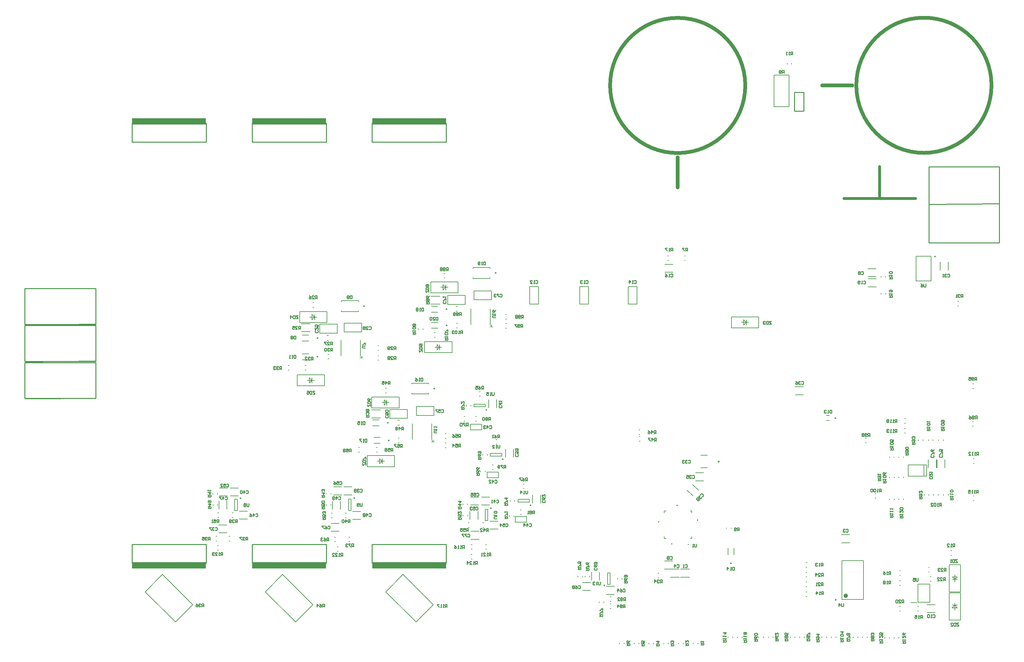
<source format=gbr>
%TF.GenerationSoftware,Altium Limited,Altium Designer,21.6.4 (81)*%
G04 Layer_Color=32896*
%FSLAX43Y43*%
%MOMM*%
%TF.SameCoordinates,76D5CAF9-2094-4FD7-9A7B-915B2AFADFAF*%
%TF.FilePolarity,Positive*%
%TF.FileFunction,Legend,Bot*%
%TF.Part,Single*%
G01*
G75*
%TA.AperFunction,NonConductor*%
%ADD110C,0.250*%
%ADD111C,0.600*%
%ADD112C,0.152*%
%ADD113C,1.016*%
%ADD114C,0.254*%
%ADD115C,0.200*%
%ADD116C,0.150*%
%ADD117C,0.762*%
%ADD118C,0.076*%
%ADD119R,20.066X1.651*%
G36*
X178715Y35824D02*
Y35570D01*
X178335D01*
Y35824D01*
X178715D01*
D02*
G37*
G36*
X175174Y41866D02*
Y41485D01*
X174920D01*
Y41866D01*
X175174D01*
D02*
G37*
G36*
X180215Y46026D02*
Y46280D01*
X179835D01*
Y46026D01*
X180215D01*
D02*
G37*
G36*
X185376Y42366D02*
Y41985D01*
X185630D01*
Y42366D01*
X185376D01*
D02*
G37*
D110*
X95389Y100088D02*
G03*
X95389Y100088I-125J0D01*
G01*
X131020Y109065D02*
G03*
X131020Y109065I-125J0D01*
G01*
X223060Y20595D02*
G03*
X223060Y20595I-125J0D01*
G01*
X132950Y58650D02*
G03*
X132950Y58650I-125J0D01*
G01*
X160425Y24488D02*
G03*
X160425Y24488I-125J0D01*
G01*
X222925Y69775D02*
G03*
X222925Y69775I-125J0D01*
G01*
X249925Y113500D02*
G03*
X249925Y113500I-125J0D01*
G01*
X194681Y30472D02*
G03*
X194681Y30472I-125J0D01*
G01*
X114400Y77775D02*
G03*
X114400Y77775I-125J0D01*
G01*
X102106Y63720D02*
G03*
X102106Y63720I-125J0D01*
G01*
X117757Y94867D02*
G03*
X117757Y94867I-125J0D01*
G01*
X117702Y99259D02*
G03*
X117702Y99259I-125J0D01*
G01*
X101841Y68515D02*
G03*
X101841Y68515I-125J0D01*
G01*
X82789Y91437D02*
G03*
X82789Y91437I-125J0D01*
G01*
Y86388D02*
G03*
X82789Y86388I-125J0D01*
G01*
X140450Y46200D02*
G03*
X140450Y46200I-125J0D01*
G01*
X128522Y72000D02*
G03*
X128522Y72000I-125J0D01*
G01*
X129748Y45394D02*
G03*
X129748Y45394I-125J0D01*
G01*
X92748Y48139D02*
G03*
X92748Y48139I-125J0D01*
G01*
X61976Y48100D02*
G03*
X61976Y48100I-125J0D01*
G01*
D111*
X225935Y21690D02*
G03*
X225935Y21690I-300J0D01*
G01*
D112*
X183101Y35574D02*
G03*
X183101Y35574I-76J0D01*
G01*
X108347Y64013D02*
Y68255D01*
X113605Y64013D02*
Y68255D01*
X129406Y95144D02*
Y99386D01*
X124148Y95144D02*
Y99386D01*
X94288Y86653D02*
Y90895D01*
X89030Y86653D02*
Y90895D01*
X183996Y37204D02*
Y37690D01*
X176554Y37204D02*
Y37690D01*
Y44646D02*
X177040D01*
X183996Y44160D02*
Y44646D01*
X183510Y37204D02*
X183996D01*
X176554D02*
X177040D01*
X176554Y44160D02*
Y44646D01*
X183510D02*
X183996D01*
D113*
X161872Y159673D02*
G03*
X161872Y159793I18288J120D01*
G01*
X161872Y159673D02*
G03*
X161872Y159793I18288J120D01*
G01*
X246673Y178128D02*
G03*
X246793Y178128I120J-18288D01*
G01*
X246673Y178128D02*
G03*
X246793Y178128I120J-18288D01*
G01*
X180160Y132234D02*
Y140362D01*
X219234Y159840D02*
X227362D01*
D114*
X97467Y144444D02*
Y149524D01*
X117533Y144444D02*
Y149524D01*
X97467D02*
X117533D01*
X97467Y144444D02*
X117533D01*
X64967D02*
Y149524D01*
X85033Y144444D02*
Y149524D01*
X64967D02*
X85033D01*
X64967Y144444D02*
X85033D01*
X32467D02*
Y149524D01*
X52533Y144444D02*
Y149524D01*
X32467D02*
X52533D01*
X32467Y144444D02*
X52533D01*
X214270Y152845D02*
Y157925D01*
X211730Y152845D02*
X214270D01*
X211730D02*
Y157925D01*
X214270D01*
X3491Y85112D02*
Y94826D01*
X22668Y85112D02*
Y94826D01*
X3491Y85112D02*
X22668D01*
X3491Y94826D02*
X22668D01*
X3618Y85049D02*
X22668Y85174D01*
X3491Y95112D02*
Y104826D01*
X22668Y95112D02*
Y104826D01*
X3491Y95112D02*
X22668D01*
X3491Y104826D02*
X22668D01*
X3618Y95049D02*
X22668Y95174D01*
X3491Y75112D02*
Y84826D01*
X22668Y75112D02*
Y84826D01*
X3491Y75112D02*
X22668D01*
X3491Y84826D02*
X22668D01*
X3618Y75049D02*
X22668Y75174D01*
X248099Y127650D02*
X267149Y127775D01*
X248099Y117236D02*
X267149D01*
X248099Y137810D02*
X267149D01*
X248099Y117236D02*
Y137810D01*
X267149Y117236D02*
Y137810D01*
X52533Y30476D02*
Y35556D01*
X32467Y30476D02*
Y35556D01*
Y30476D02*
X52533D01*
X32467Y35556D02*
X52533D01*
X85033Y30476D02*
Y35556D01*
X64967Y30476D02*
Y35556D01*
Y30476D02*
X85033D01*
X64967Y35556D02*
X85033D01*
X117533Y30476D02*
Y35556D01*
X97467Y30476D02*
Y35556D01*
Y30476D02*
X117533D01*
X97467Y35556D02*
X117533D01*
X241000Y8825D02*
X241800D01*
Y9225D01*
X241667Y9359D01*
X241400D01*
X241267Y9225D01*
Y8825D01*
Y9092D02*
X241000Y9359D01*
Y9625D02*
Y9892D01*
Y9758D01*
X241800D01*
X241667Y9625D01*
X241000Y10825D02*
Y10292D01*
X241533Y10825D01*
X241667D01*
X241800Y10692D01*
Y10425D01*
X241667Y10292D01*
X241800Y11625D02*
X241667Y11358D01*
X241400Y11091D01*
X241133D01*
X241000Y11225D01*
Y11491D01*
X241133Y11625D01*
X241267D01*
X241400Y11491D01*
Y11091D01*
X234793Y8900D02*
X235593D01*
Y9299D01*
X235460Y9433D01*
X235193D01*
X235060Y9299D01*
Y8900D01*
Y9166D02*
X234793Y9433D01*
Y9699D02*
Y9966D01*
Y9833D01*
X235593D01*
X235460Y9699D01*
X234793Y10899D02*
Y10366D01*
X235326Y10899D01*
X235460D01*
X235593Y10766D01*
Y10499D01*
X235460Y10366D01*
X235593Y11699D02*
Y11165D01*
X235193D01*
X235326Y11432D01*
Y11565D01*
X235193Y11699D01*
X234926D01*
X234793Y11565D01*
Y11299D01*
X234926Y11165D01*
X125847Y30193D02*
Y30993D01*
X125448D01*
X125314Y30859D01*
Y30593D01*
X125448Y30460D01*
X125847D01*
X125581D02*
X125314Y30193D01*
X125048D02*
X124781D01*
X124914D01*
Y30993D01*
X125048Y30859D01*
X123848Y30193D02*
X124381D01*
X123848Y30726D01*
Y30859D01*
X123981Y30993D01*
X124248D01*
X124381Y30859D01*
X123182Y30193D02*
Y30993D01*
X123582Y30593D01*
X123048D01*
X57002Y32600D02*
Y33400D01*
X56602D01*
X56469Y33267D01*
Y33000D01*
X56602Y32867D01*
X57002D01*
X56735D02*
X56469Y32600D01*
X56202D02*
X55936D01*
X56069D01*
Y33400D01*
X56202Y33267D01*
X55003Y32600D02*
X55536D01*
X55003Y33133D01*
Y33267D01*
X55136Y33400D01*
X55402D01*
X55536Y33267D01*
X54736D02*
X54603Y33400D01*
X54336D01*
X54203Y33267D01*
Y33133D01*
X54336Y33000D01*
X54469D01*
X54336D01*
X54203Y32867D01*
Y32733D01*
X54336Y32600D01*
X54603D01*
X54736Y32733D01*
X89475Y32400D02*
Y33200D01*
X89075D01*
X88941Y33067D01*
Y32800D01*
X89075Y32667D01*
X89475D01*
X89208D02*
X88941Y32400D01*
X88675D02*
X88408D01*
X88542D01*
Y33200D01*
X88675Y33067D01*
X87475Y32400D02*
X88008D01*
X87475Y32933D01*
Y33067D01*
X87608Y33200D01*
X87875D01*
X88008Y33067D01*
X86675Y32400D02*
X87209D01*
X86675Y32933D01*
Y33067D01*
X86809Y33200D01*
X87075D01*
X87209Y33067D01*
X139983Y41107D02*
X140116Y41240D01*
X140383D01*
X140516Y41107D01*
Y40574D01*
X140383Y40441D01*
X140116D01*
X139983Y40574D01*
X139317Y40441D02*
Y41240D01*
X139717Y40841D01*
X139183D01*
X138517Y40441D02*
Y41240D01*
X138917Y40841D01*
X138384D01*
X129212Y67617D02*
X129346Y67751D01*
X129612D01*
X129745Y67617D01*
Y67084D01*
X129612Y66951D01*
X129346D01*
X129212Y67084D01*
X128546Y66951D02*
Y67751D01*
X128946Y67351D01*
X128413D01*
X128146Y67617D02*
X128013Y67751D01*
X127746D01*
X127613Y67617D01*
Y67484D01*
X127746Y67351D01*
X127879D01*
X127746D01*
X127613Y67218D01*
Y67084D01*
X127746Y66951D01*
X128013D01*
X128146Y67084D01*
X130658Y52892D02*
X130791Y53025D01*
X131058D01*
X131191Y52892D01*
Y52359D01*
X131058Y52225D01*
X130791D01*
X130658Y52359D01*
X129992Y52225D02*
Y53025D01*
X130391Y52625D01*
X129858D01*
X129059Y52225D02*
X129592D01*
X129059Y52758D01*
Y52892D01*
X129192Y53025D01*
X129458D01*
X129592Y52892D01*
X86708Y87923D02*
Y88723D01*
X86308D01*
X86175Y88589D01*
Y88323D01*
X86308Y88189D01*
X86708D01*
X86441D02*
X86175Y87923D01*
X85908Y88589D02*
X85775Y88723D01*
X85508D01*
X85375Y88589D01*
Y88456D01*
X85508Y88323D01*
X85642D01*
X85508D01*
X85375Y88189D01*
Y88056D01*
X85508Y87923D01*
X85775D01*
X85908Y88056D01*
X85109Y88589D02*
X84975Y88723D01*
X84709D01*
X84575Y88589D01*
Y88056D01*
X84709Y87923D01*
X84975D01*
X85109Y88056D01*
Y88589D01*
X249071Y53410D02*
X248271D01*
Y53809D01*
X248404Y53943D01*
X248937D01*
X249071Y53809D01*
Y53410D01*
X248271Y54742D02*
Y54209D01*
X248804Y54742D01*
X248937D01*
X249071Y54609D01*
Y54343D01*
X248937Y54209D01*
X248271Y55009D02*
Y55276D01*
Y55142D01*
X249071D01*
X248937Y55009D01*
X182995Y58267D02*
X183128Y58400D01*
X183395D01*
X183528Y58267D01*
Y57733D01*
X183395Y57600D01*
X183128D01*
X182995Y57733D01*
X182729Y58267D02*
X182595Y58400D01*
X182329D01*
X182195Y58267D01*
Y58133D01*
X182329Y58000D01*
X182462D01*
X182329D01*
X182195Y57867D01*
Y57733D01*
X182329Y57600D01*
X182595D01*
X182729Y57733D01*
X181929Y58267D02*
X181796Y58400D01*
X181529D01*
X181396Y58267D01*
Y58133D01*
X181529Y58000D01*
X181662D01*
X181529D01*
X181396Y57867D01*
Y57733D01*
X181529Y57600D01*
X181796D01*
X181929Y57733D01*
X129541Y32497D02*
Y33297D01*
X129141D01*
X129008Y33164D01*
Y32897D01*
X129141Y32764D01*
X129541D01*
X129275D02*
X129008Y32497D01*
X128742D02*
X128475D01*
X128608D01*
Y33297D01*
X128742Y33164D01*
X127542Y32497D02*
X128075D01*
X127542Y33030D01*
Y33164D01*
X127675Y33297D01*
X127942D01*
X128075Y33164D01*
X127275Y32497D02*
X127009D01*
X127142D01*
Y33297D01*
X127275Y33164D01*
X92416Y34925D02*
Y35725D01*
X92016D01*
X91883Y35592D01*
Y35325D01*
X92016Y35192D01*
X92416D01*
X92150D02*
X91883Y34925D01*
X91617Y35725D02*
X91083D01*
Y35592D01*
X91617Y35058D01*
Y34925D01*
X90817Y35592D02*
X90684Y35725D01*
X90417D01*
X90284Y35592D01*
Y35458D01*
X90417Y35325D01*
X90550D01*
X90417D01*
X90284Y35192D01*
Y35058D01*
X90417Y34925D01*
X90684D01*
X90817Y35058D01*
X63773Y36750D02*
Y37550D01*
X63373D01*
X63240Y37417D01*
Y37150D01*
X63373Y37017D01*
X63773D01*
X63507D02*
X63240Y36750D01*
X62973Y37417D02*
X62840Y37550D01*
X62574D01*
X62440Y37417D01*
Y37283D01*
X62574Y37150D01*
X62707D01*
X62574D01*
X62440Y37017D01*
Y36883D01*
X62574Y36750D01*
X62840D01*
X62973Y36883D01*
X62174Y37550D02*
X61640D01*
Y37417D01*
X62174Y36883D01*
Y36750D01*
X252706Y28347D02*
Y29147D01*
X252306D01*
X252173Y29013D01*
Y28747D01*
X252306Y28613D01*
X252706D01*
X252440D02*
X252173Y28347D01*
X251373D02*
X251907D01*
X251373Y28880D01*
Y29013D01*
X251507Y29147D01*
X251773D01*
X251907Y29013D01*
X251107D02*
X250974Y29147D01*
X250707D01*
X250574Y29013D01*
Y28880D01*
X250707Y28747D01*
X250840D01*
X250707D01*
X250574Y28613D01*
Y28480D01*
X250707Y28347D01*
X250974D01*
X251107Y28480D01*
X211241Y168100D02*
Y168900D01*
X210842D01*
X210708Y168767D01*
Y168500D01*
X210842Y168367D01*
X211241D01*
X210975D02*
X210708Y168100D01*
X210442D02*
X210175D01*
X210308D01*
Y168900D01*
X210442Y168767D01*
X209775Y168100D02*
X209509D01*
X209642D01*
Y168900D01*
X209775Y168767D01*
X110981Y87708D02*
Y88241D01*
X110848D01*
X110314Y87708D01*
X110181D01*
Y88241D01*
X110981Y88507D02*
X110181D01*
Y88907D01*
X110314Y89041D01*
X110848D01*
X110981Y88907D01*
Y88507D01*
X110314Y89307D02*
X110181Y89440D01*
Y89707D01*
X110314Y89840D01*
X110848D01*
X110981Y89707D01*
Y89440D01*
X110848Y89307D01*
X110714D01*
X110581Y89440D01*
Y89840D01*
X112775Y103809D02*
Y104342D01*
X112642D01*
X112108Y103809D01*
X111975D01*
Y104342D01*
X112775Y104608D02*
X111975D01*
Y105008D01*
X112108Y105142D01*
X112642D01*
X112775Y105008D01*
Y104608D01*
X112642Y105408D02*
X112775Y105541D01*
Y105808D01*
X112642Y105941D01*
X112508D01*
X112375Y105808D01*
X112242Y105941D01*
X112108D01*
X111975Y105808D01*
Y105541D01*
X112108Y105408D01*
X112242D01*
X112375Y105541D01*
X112508Y105408D01*
X112642D01*
X112375Y105541D02*
Y105808D01*
X95733Y57054D02*
Y57587D01*
X95599D01*
X95066Y57054D01*
X94933D01*
Y57587D01*
X95733Y57853D02*
X94933D01*
Y58253D01*
X95066Y58387D01*
X95599D01*
X95733Y58253D01*
Y57853D01*
Y58653D02*
Y59186D01*
X95599D01*
X95066Y58653D01*
X94933D01*
X97041Y72949D02*
Y73482D01*
X96908D01*
X96375Y72949D01*
X96241D01*
Y73482D01*
X97041Y73748D02*
X96241D01*
Y74148D01*
X96375Y74281D01*
X96908D01*
X97041Y74148D01*
Y73748D01*
Y75081D02*
X96908Y74815D01*
X96641Y74548D01*
X96375D01*
X96241Y74681D01*
Y74948D01*
X96375Y75081D01*
X96508D01*
X96641Y74948D01*
Y74548D01*
X81930Y77050D02*
X81397D01*
Y76917D01*
X81930Y76383D01*
Y76250D01*
X81397D01*
X81131Y77050D02*
Y76250D01*
X80731D01*
X80598Y76383D01*
Y76917D01*
X80731Y77050D01*
X81131D01*
X79798D02*
X80331D01*
Y76650D01*
X80064Y76783D01*
X79931D01*
X79798Y76650D01*
Y76383D01*
X79931Y76250D01*
X80198D01*
X80331Y76383D01*
X77366Y97525D02*
X76833D01*
Y97392D01*
X77366Y96858D01*
Y96725D01*
X76833D01*
X76567Y97525D02*
Y96725D01*
X76167D01*
X76033Y96858D01*
Y97392D01*
X76167Y97525D01*
X76567D01*
X75367Y96725D02*
Y97525D01*
X75767Y97125D01*
X75234D01*
X205441Y95975D02*
X204908D01*
Y95842D01*
X205441Y95308D01*
Y95175D01*
X204908D01*
X204642Y95975D02*
Y95175D01*
X204242D01*
X204108Y95308D01*
Y95842D01*
X204242Y95975D01*
X204642D01*
X203842Y95842D02*
X203709Y95975D01*
X203442D01*
X203309Y95842D01*
Y95708D01*
X203442Y95575D01*
X203575D01*
X203442D01*
X203309Y95442D01*
Y95308D01*
X203442Y95175D01*
X203709D01*
X203842Y95308D01*
X256186Y14320D02*
X255653D01*
Y14187D01*
X256186Y13653D01*
Y13520D01*
X255653D01*
X255387Y14320D02*
Y13520D01*
X254987D01*
X254853Y13653D01*
Y14187D01*
X254987Y14320D01*
X255387D01*
X254054Y13520D02*
X254587D01*
X254054Y14053D01*
Y14187D01*
X254187Y14320D01*
X254454D01*
X254587Y14187D01*
X255813Y31510D02*
X255280D01*
Y31377D01*
X255813Y30843D01*
Y30710D01*
X255280D01*
X255013Y31510D02*
Y30710D01*
X254613D01*
X254480Y30843D01*
Y31377D01*
X254613Y31510D01*
X255013D01*
X254214Y30710D02*
X253947D01*
X254080D01*
Y31510D01*
X254214Y31377D01*
X130866Y96976D02*
X130199D01*
X130066Y97110D01*
Y97376D01*
X130199Y97510D01*
X130866D01*
X130066Y97776D02*
Y98043D01*
Y97909D01*
X130866D01*
X130733Y97776D01*
X130866Y98976D02*
X130733Y98709D01*
X130466Y98443D01*
X130199D01*
X130066Y98576D01*
Y98842D01*
X130199Y98976D01*
X130333D01*
X130466Y98842D01*
Y98443D01*
X130422Y76725D02*
Y76058D01*
X130288Y75925D01*
X130022D01*
X129888Y76058D01*
Y76725D01*
X129622Y75925D02*
X129355D01*
X129489D01*
Y76725D01*
X129622Y76592D01*
X128422Y76725D02*
X128955D01*
Y76325D01*
X128689Y76458D01*
X128556D01*
X128422Y76325D01*
Y76058D01*
X128556Y75925D01*
X128822D01*
X128955Y76058D01*
X139500Y50117D02*
Y49450D01*
X139367Y49317D01*
X139100D01*
X138967Y49450D01*
Y50117D01*
X138700Y49317D02*
X138433D01*
X138567D01*
Y50117D01*
X138700Y49983D01*
X137634Y49317D02*
Y50117D01*
X138034Y49717D01*
X137500D01*
X159200Y25460D02*
Y24794D01*
X159066Y24660D01*
X158800D01*
X158667Y24794D01*
Y25460D01*
X158400Y24660D02*
X158133D01*
X158267D01*
Y25460D01*
X158400Y25327D01*
X157733D02*
X157600Y25460D01*
X157334D01*
X157200Y25327D01*
Y25194D01*
X157334Y25060D01*
X157467D01*
X157334D01*
X157200Y24927D01*
Y24794D01*
X157334Y24660D01*
X157600D01*
X157733Y24794D01*
X132000Y62432D02*
Y61766D01*
X131866Y61632D01*
X131600D01*
X131467Y61766D01*
Y62432D01*
X131200Y61632D02*
X130933D01*
X131067D01*
Y62432D01*
X131200Y62299D01*
X130000Y61632D02*
X130533D01*
X130000Y62165D01*
Y62299D01*
X130134Y62432D01*
X130400D01*
X130533Y62299D01*
X115000Y65809D02*
X114333D01*
X114200Y65942D01*
Y66208D01*
X114333Y66342D01*
X115000D01*
X114200Y66608D02*
Y66875D01*
Y66742D01*
X115000D01*
X114867Y66608D01*
X114200Y67275D02*
Y67541D01*
Y67408D01*
X115000D01*
X114867Y67275D01*
X131231Y42569D02*
X130565D01*
X130431Y42702D01*
Y42969D01*
X130565Y43102D01*
X131231D01*
X130431Y43369D02*
Y43635D01*
Y43502D01*
X131231D01*
X131098Y43369D01*
Y44035D02*
X131231Y44168D01*
Y44435D01*
X131098Y44568D01*
X130565D01*
X130431Y44435D01*
Y44168D01*
X130565Y44035D01*
X131098D01*
X94739Y46714D02*
Y46048D01*
X94606Y45915D01*
X94339D01*
X94206Y46048D01*
Y46714D01*
X93939Y46048D02*
X93806Y45915D01*
X93539D01*
X93406Y46048D01*
Y46581D01*
X93539Y46714D01*
X93806D01*
X93939Y46581D01*
Y46448D01*
X93806Y46315D01*
X93406D01*
X64067Y46675D02*
Y46008D01*
X63934Y45875D01*
X63667D01*
X63534Y46008D01*
Y46675D01*
X63267Y46542D02*
X63134Y46675D01*
X62867D01*
X62734Y46542D01*
Y46408D01*
X62867Y46275D01*
X62734Y46142D01*
Y46008D01*
X62867Y45875D01*
X63134D01*
X63267Y46008D01*
Y46142D01*
X63134Y46275D01*
X63267Y46408D01*
Y46542D01*
X63134Y46275D02*
X62867D01*
X95600Y88784D02*
X94933D01*
X94800Y88917D01*
Y89183D01*
X94933Y89317D01*
X95600D01*
Y89583D02*
Y90116D01*
X95467D01*
X94933Y89583D01*
X94800D01*
X247266Y106100D02*
Y105433D01*
X247133Y105300D01*
X246867D01*
X246733Y105433D01*
Y106100D01*
X245934D02*
X246200Y105967D01*
X246467Y105700D01*
Y105433D01*
X246333Y105300D01*
X246067D01*
X245934Y105433D01*
Y105567D01*
X246067Y105700D01*
X246467D01*
X245176Y26430D02*
Y25763D01*
X245043Y25630D01*
X244777D01*
X244643Y25763D01*
Y26430D01*
X243844D02*
X244377D01*
Y26030D01*
X244110Y26163D01*
X243977D01*
X243844Y26030D01*
Y25763D01*
X243977Y25630D01*
X244243D01*
X244377Y25763D01*
X224991Y19600D02*
Y18933D01*
X224857Y18800D01*
X224591D01*
X224458Y18933D01*
Y19600D01*
X223791Y18800D02*
Y19600D01*
X224191Y19200D01*
X223658D01*
X185233Y35700D02*
Y35033D01*
X185100Y34900D01*
X184833D01*
X184700Y35033D01*
Y35700D01*
X184433Y34900D02*
X184167D01*
X184300D01*
Y35700D01*
X184433Y35567D01*
X240280Y42760D02*
X241079D01*
Y43160D01*
X240946Y43293D01*
X240679D01*
X240546Y43160D01*
Y42760D01*
Y43026D02*
X240280Y43293D01*
Y43559D02*
Y43826D01*
Y43693D01*
X241079D01*
X240946Y43559D01*
X240280Y44759D02*
Y44226D01*
X240813Y44759D01*
X240946D01*
X241079Y44626D01*
Y44359D01*
X240946Y44226D01*
Y45026D02*
X241079Y45159D01*
Y45426D01*
X240946Y45559D01*
X240413D01*
X240280Y45426D01*
Y45159D01*
X240413Y45026D01*
X240946D01*
X239417Y68584D02*
Y69384D01*
X239017D01*
X238883Y69250D01*
Y68984D01*
X239017Y68850D01*
X239417D01*
X239150D02*
X238883Y68584D01*
X238617D02*
X238350D01*
X238484D01*
Y69384D01*
X238617Y69250D01*
X237950Y68584D02*
X237684D01*
X237817D01*
Y69384D01*
X237950Y69250D01*
X237284Y68717D02*
X237151Y68584D01*
X236884D01*
X236751Y68717D01*
Y69250D01*
X236884Y69384D01*
X237151D01*
X237284Y69250D01*
Y69117D01*
X237151Y68984D01*
X236751D01*
X197982Y9137D02*
X198782D01*
Y9537D01*
X198649Y9670D01*
X198382D01*
X198249Y9537D01*
Y9137D01*
Y9403D02*
X197982Y9670D01*
Y9936D02*
Y10203D01*
Y10070D01*
X198782D01*
X198649Y9936D01*
X197982Y10603D02*
Y10869D01*
Y10736D01*
X198782D01*
X198649Y10603D01*
Y11269D02*
X198782Y11403D01*
Y11669D01*
X198649Y11803D01*
X198516D01*
X198382Y11669D01*
X198249Y11803D01*
X198116D01*
X197982Y11669D01*
Y11403D01*
X198116Y11269D01*
X198249D01*
X198382Y11403D01*
X198516Y11269D01*
X198649D01*
X198382Y11403D02*
Y11669D01*
X117708Y18550D02*
Y19350D01*
X117308D01*
X117175Y19217D01*
Y18950D01*
X117308Y18817D01*
X117708D01*
X117441D02*
X117175Y18550D01*
X116908D02*
X116642D01*
X116775D01*
Y19350D01*
X116908Y19217D01*
X116242Y18550D02*
X115975D01*
X116108D01*
Y19350D01*
X116242Y19217D01*
X115575Y19350D02*
X115042D01*
Y19217D01*
X115575Y18683D01*
Y18550D01*
X122381Y34525D02*
Y35325D01*
X121981D01*
X121848Y35192D01*
Y34925D01*
X121981Y34792D01*
X122381D01*
X122114D02*
X121848Y34525D01*
X121581D02*
X121314D01*
X121448D01*
Y35325D01*
X121581Y35192D01*
X120915Y34525D02*
X120648D01*
X120781D01*
Y35325D01*
X120915Y35192D01*
X119715Y35325D02*
X119982Y35192D01*
X120248Y34925D01*
Y34658D01*
X120115Y34525D01*
X119848D01*
X119715Y34658D01*
Y34792D01*
X119848Y34925D01*
X120248D01*
X261457Y49474D02*
Y50274D01*
X261057D01*
X260924Y50141D01*
Y49874D01*
X261057Y49741D01*
X261457D01*
X261190D02*
X260924Y49474D01*
X260657D02*
X260391D01*
X260524D01*
Y50274D01*
X260657Y50141D01*
X259991Y49474D02*
X259724D01*
X259857D01*
Y50274D01*
X259991Y50141D01*
X258791Y50274D02*
X259324D01*
Y49874D01*
X259058Y50008D01*
X258924D01*
X258791Y49874D01*
Y49608D01*
X258924Y49474D01*
X259191D01*
X259324Y49608D01*
X192450Y9167D02*
X193250D01*
Y9567D01*
X193117Y9700D01*
X192850D01*
X192717Y9567D01*
Y9167D01*
Y9434D02*
X192450Y9700D01*
Y9967D02*
Y10233D01*
Y10100D01*
X193250D01*
X193117Y9967D01*
X192450Y10633D02*
Y10900D01*
Y10767D01*
X193250D01*
X193117Y10633D01*
X192450Y11700D02*
X193250D01*
X192850Y11300D01*
Y11833D01*
X239417Y65934D02*
Y66734D01*
X239017D01*
X238883Y66601D01*
Y66334D01*
X239017Y66201D01*
X239417D01*
X239150D02*
X238883Y65934D01*
X238617D02*
X238350D01*
X238484D01*
Y66734D01*
X238617Y66601D01*
X237950Y65934D02*
X237684D01*
X237817D01*
Y66734D01*
X237950Y66601D01*
X237284D02*
X237151Y66734D01*
X236884D01*
X236751Y66601D01*
Y66468D01*
X236884Y66334D01*
X237017D01*
X236884D01*
X236751Y66201D01*
Y66068D01*
X236884Y65934D01*
X237151D01*
X237284Y66068D01*
X261535Y59749D02*
Y60549D01*
X261135D01*
X261002Y60416D01*
Y60149D01*
X261135Y60016D01*
X261535D01*
X261269D02*
X261002Y59749D01*
X260736D02*
X260469D01*
X260602D01*
Y60549D01*
X260736Y60416D01*
X260069Y59749D02*
X259803D01*
X259936D01*
Y60549D01*
X260069Y60416D01*
X258869Y59749D02*
X259403D01*
X258869Y60283D01*
Y60416D01*
X259003Y60549D01*
X259269D01*
X259403Y60416D01*
X237631Y42960D02*
X238431D01*
Y43360D01*
X238297Y43493D01*
X238031D01*
X237897Y43360D01*
Y42960D01*
Y43226D02*
X237631Y43493D01*
Y43759D02*
Y44026D01*
Y43893D01*
X238431D01*
X238297Y43759D01*
X237631Y44426D02*
Y44692D01*
Y44559D01*
X238431D01*
X238297Y44426D01*
X237631Y45092D02*
Y45359D01*
Y45226D01*
X238431D01*
X238297Y45092D01*
X253875Y47666D02*
X254675D01*
Y48066D01*
X254542Y48200D01*
X254275D01*
X254142Y48066D01*
Y47666D01*
Y47933D02*
X253875Y48200D01*
Y48466D02*
Y48733D01*
Y48599D01*
X254675D01*
X254542Y48466D01*
X253875Y49133D02*
Y49399D01*
Y49266D01*
X254675D01*
X254542Y49133D01*
Y49799D02*
X254675Y49932D01*
Y50199D01*
X254542Y50332D01*
X254008D01*
X253875Y50199D01*
Y49932D01*
X254008Y49799D01*
X254542D01*
X251471Y66375D02*
X252271D01*
Y66775D01*
X252137Y66908D01*
X251871D01*
X251738Y66775D01*
Y66375D01*
Y66641D02*
X251471Y66908D01*
Y67174D02*
Y67441D01*
Y67308D01*
X252271D01*
X252137Y67174D01*
Y67841D02*
X252271Y67974D01*
Y68241D01*
X252137Y68374D01*
X251604D01*
X251471Y68241D01*
Y67974D01*
X251604Y67841D01*
X252137D01*
X251604Y68641D02*
X251471Y68774D01*
Y69041D01*
X251604Y69174D01*
X252137D01*
X252271Y69041D01*
Y68774D01*
X252137Y68641D01*
X252004D01*
X251871Y68774D01*
Y69174D01*
X108425Y92468D02*
X109225D01*
Y92868D01*
X109092Y93001D01*
X108825D01*
X108692Y92868D01*
Y92468D01*
Y92734D02*
X108425Y93001D01*
Y93267D02*
Y93534D01*
Y93401D01*
X109225D01*
X109092Y93267D01*
Y93934D02*
X109225Y94067D01*
Y94334D01*
X109092Y94467D01*
X108558D01*
X108425Y94334D01*
Y94067D01*
X108558Y93934D01*
X109092D01*
Y94734D02*
X109225Y94867D01*
Y95133D01*
X109092Y95267D01*
X108958D01*
X108825Y95133D01*
X108692Y95267D01*
X108558D01*
X108425Y95133D01*
Y94867D01*
X108558Y94734D01*
X108692D01*
X108825Y94867D01*
X108958Y94734D01*
X109092D01*
X108825Y94867D02*
Y95133D01*
X117131Y90874D02*
X117931D01*
Y91274D01*
X117798Y91408D01*
X117531D01*
X117398Y91274D01*
Y90874D01*
Y91141D02*
X117131Y91408D01*
Y91674D02*
Y91941D01*
Y91808D01*
X117931D01*
X117798Y91674D01*
Y92341D02*
X117931Y92474D01*
Y92741D01*
X117798Y92874D01*
X117264D01*
X117131Y92741D01*
Y92474D01*
X117264Y92341D01*
X117798D01*
X117931Y93140D02*
Y93674D01*
X117798D01*
X117264Y93140D01*
X117131D01*
X235729Y52245D02*
X236529D01*
Y52645D01*
X236396Y52779D01*
X236129D01*
X235996Y52645D01*
Y52245D01*
Y52512D02*
X235729Y52779D01*
Y53045D02*
Y53312D01*
Y53178D01*
X236529D01*
X236396Y53045D01*
Y53712D02*
X236529Y53845D01*
Y54111D01*
X236396Y54245D01*
X235862D01*
X235729Y54111D01*
Y53845D01*
X235862Y53712D01*
X236396D01*
X236529Y55045D02*
X236396Y54778D01*
X236129Y54511D01*
X235862D01*
X235729Y54645D01*
Y54911D01*
X235862Y55045D01*
X235996D01*
X236129Y54911D01*
Y54511D01*
X237684Y61201D02*
X238484D01*
Y61601D01*
X238350Y61734D01*
X238084D01*
X237950Y61601D01*
Y61201D01*
Y61467D02*
X237684Y61734D01*
Y62001D02*
Y62267D01*
Y62134D01*
X238484D01*
X238350Y62001D01*
Y62667D02*
X238484Y62800D01*
Y63067D01*
X238350Y63200D01*
X237817D01*
X237684Y63067D01*
Y62800D01*
X237817Y62667D01*
X238350D01*
X238484Y64000D02*
Y63467D01*
X238084D01*
X238217Y63733D01*
Y63867D01*
X238084Y64000D01*
X237817D01*
X237684Y63867D01*
Y63600D01*
X237817Y63467D01*
X224175Y9300D02*
X224975D01*
Y9700D01*
X224842Y9834D01*
X224575D01*
X224442Y9700D01*
Y9300D01*
Y9567D02*
X224175Y9834D01*
Y10100D02*
Y10367D01*
Y10233D01*
X224975D01*
X224842Y10100D01*
Y10767D02*
X224975Y10900D01*
Y11167D01*
X224842Y11300D01*
X224308D01*
X224175Y11167D01*
Y10900D01*
X224308Y10767D01*
X224842D01*
X224175Y11966D02*
X224975D01*
X224575Y11566D01*
Y12100D01*
X121877Y92628D02*
Y93428D01*
X121477D01*
X121344Y93295D01*
Y93028D01*
X121477Y92895D01*
X121877D01*
X121610D02*
X121344Y92628D01*
X121077D02*
X120811D01*
X120944D01*
Y93428D01*
X121077Y93295D01*
X120411D02*
X120277Y93428D01*
X120011D01*
X119878Y93295D01*
Y92762D01*
X120011Y92628D01*
X120277D01*
X120411Y92762D01*
Y93295D01*
X119611D02*
X119478Y93428D01*
X119211D01*
X119078Y93295D01*
Y93161D01*
X119211Y93028D01*
X119344D01*
X119211D01*
X119078Y92895D01*
Y92762D01*
X119211Y92628D01*
X119478D01*
X119611Y92762D01*
X251484Y45959D02*
Y46759D01*
X251084D01*
X250951Y46626D01*
Y46359D01*
X251084Y46226D01*
X251484D01*
X251217D02*
X250951Y45959D01*
X250684D02*
X250417D01*
X250551D01*
Y46759D01*
X250684Y46626D01*
X250018D02*
X249884Y46759D01*
X249618D01*
X249484Y46626D01*
Y46093D01*
X249618Y45959D01*
X249884D01*
X250018Y46093D01*
Y46626D01*
X248685Y45959D02*
X249218D01*
X248685Y46492D01*
Y46626D01*
X248818Y46759D01*
X249084D01*
X249218Y46626D01*
X247621Y66399D02*
X248420D01*
Y66799D01*
X248287Y66932D01*
X248021D01*
X247887Y66799D01*
Y66399D01*
Y66666D02*
X247621Y66932D01*
Y67199D02*
Y67465D01*
Y67332D01*
X248420D01*
X248287Y67199D01*
Y67865D02*
X248420Y67998D01*
Y68265D01*
X248287Y68398D01*
X247754D01*
X247621Y68265D01*
Y67998D01*
X247754Y67865D01*
X248287D01*
X247621Y68665D02*
Y68931D01*
Y68798D01*
X248420D01*
X248287Y68665D01*
X235175Y49825D02*
Y50625D01*
X234775D01*
X234641Y50492D01*
Y50225D01*
X234775Y50092D01*
X235175D01*
X234908D02*
X234641Y49825D01*
X234375D02*
X234108D01*
X234242D01*
Y50625D01*
X234375Y50492D01*
X233708D02*
X233575Y50625D01*
X233308D01*
X233175Y50492D01*
Y49958D01*
X233308Y49825D01*
X233575D01*
X233708Y49958D01*
Y50492D01*
X232909D02*
X232775Y50625D01*
X232509D01*
X232375Y50492D01*
Y49958D01*
X232509Y49825D01*
X232775D01*
X232909Y49958D01*
Y50492D01*
X232116Y64825D02*
Y65625D01*
X231716D01*
X231583Y65492D01*
Y65225D01*
X231716Y65092D01*
X232116D01*
X231850D02*
X231583Y64825D01*
X231317Y64958D02*
X231183Y64825D01*
X230917D01*
X230783Y64958D01*
Y65492D01*
X230917Y65625D01*
X231183D01*
X231317Y65492D01*
Y65358D01*
X231183Y65225D01*
X230783D01*
X230517Y64958D02*
X230384Y64825D01*
X230117D01*
X229984Y64958D01*
Y65492D01*
X230117Y65625D01*
X230384D01*
X230517Y65492D01*
Y65358D01*
X230384Y65225D01*
X229984D01*
X138365Y96822D02*
Y97622D01*
X137965D01*
X137832Y97489D01*
Y97222D01*
X137965Y97089D01*
X138365D01*
X138098D02*
X137832Y96822D01*
X137565Y96955D02*
X137432Y96822D01*
X137165D01*
X137032Y96955D01*
Y97489D01*
X137165Y97622D01*
X137432D01*
X137565Y97489D01*
Y97355D01*
X137432Y97222D01*
X137032D01*
X136765Y97489D02*
X136632Y97622D01*
X136366D01*
X136232Y97489D01*
Y97355D01*
X136366Y97222D01*
X136232Y97089D01*
Y96955D01*
X136366Y96822D01*
X136632D01*
X136765Y96955D01*
Y97089D01*
X136632Y97222D01*
X136765Y97355D01*
Y97489D01*
X136632Y97222D02*
X136366D01*
X138164Y94357D02*
Y95157D01*
X137764D01*
X137631Y95023D01*
Y94757D01*
X137764Y94624D01*
X138164D01*
X137897D02*
X137631Y94357D01*
X137364Y94490D02*
X137231Y94357D01*
X136964D01*
X136831Y94490D01*
Y95023D01*
X136964Y95157D01*
X137231D01*
X137364Y95023D01*
Y94890D01*
X137231Y94757D01*
X136831D01*
X136564Y95157D02*
X136031D01*
Y95023D01*
X136564Y94490D01*
Y94357D01*
X261138Y69584D02*
Y70384D01*
X260738D01*
X260605Y70251D01*
Y69984D01*
X260738Y69851D01*
X261138D01*
X260871D02*
X260605Y69584D01*
X260338Y69718D02*
X260205Y69584D01*
X259938D01*
X259805Y69718D01*
Y70251D01*
X259938Y70384D01*
X260205D01*
X260338Y70251D01*
Y70118D01*
X260205Y69984D01*
X259805D01*
X259005Y70384D02*
X259272Y70251D01*
X259539Y69984D01*
Y69718D01*
X259405Y69584D01*
X259139D01*
X259005Y69718D01*
Y69851D01*
X259139Y69984D01*
X259539D01*
X261049Y80010D02*
Y80810D01*
X260649D01*
X260516Y80677D01*
Y80410D01*
X260649Y80277D01*
X261049D01*
X260783D02*
X260516Y80010D01*
X260250Y80143D02*
X260116Y80010D01*
X259850D01*
X259716Y80143D01*
Y80677D01*
X259850Y80810D01*
X260116D01*
X260250Y80677D01*
Y80543D01*
X260116Y80410D01*
X259716D01*
X258917Y80810D02*
X259450D01*
Y80410D01*
X259183Y80543D01*
X259050D01*
X258917Y80410D01*
Y80143D01*
X259050Y80010D01*
X259317D01*
X259450Y80143D01*
X217645Y9290D02*
X218445D01*
Y9690D01*
X218312Y9823D01*
X218045D01*
X217912Y9690D01*
Y9290D01*
Y9557D02*
X217645Y9823D01*
X217778Y10090D02*
X217645Y10223D01*
Y10490D01*
X217778Y10623D01*
X218312D01*
X218445Y10490D01*
Y10223D01*
X218312Y10090D01*
X218178D01*
X218045Y10223D01*
Y10623D01*
X217645Y11290D02*
X218445D01*
X218045Y10890D01*
Y11423D01*
X243552Y62651D02*
X244352D01*
Y63051D01*
X244219Y63184D01*
X243952D01*
X243819Y63051D01*
Y62651D01*
Y62918D02*
X243552Y63184D01*
X243686Y63451D02*
X243552Y63584D01*
Y63851D01*
X243686Y63984D01*
X244219D01*
X244352Y63851D01*
Y63584D01*
X244219Y63451D01*
X244086D01*
X243952Y63584D01*
Y63984D01*
X244219Y64251D02*
X244352Y64384D01*
Y64651D01*
X244219Y64784D01*
X244086D01*
X243952Y64651D01*
Y64517D01*
Y64651D01*
X243819Y64784D01*
X243686D01*
X243552Y64651D01*
Y64384D01*
X243686Y64251D01*
X245512Y47933D02*
X246312D01*
Y48333D01*
X246178Y48466D01*
X245912D01*
X245779Y48333D01*
Y47933D01*
Y48200D02*
X245512Y48466D01*
X245645Y48733D02*
X245512Y48866D01*
Y49133D01*
X245645Y49266D01*
X246178D01*
X246312Y49133D01*
Y48866D01*
X246178Y48733D01*
X246045D01*
X245912Y48866D01*
Y49266D01*
X245512Y50066D02*
Y49532D01*
X246045Y50066D01*
X246178D01*
X246312Y49932D01*
Y49666D01*
X246178Y49532D01*
X234323Y52835D02*
X235122D01*
Y53234D01*
X234989Y53368D01*
X234723D01*
X234589Y53234D01*
Y52835D01*
Y53101D02*
X234323Y53368D01*
X234456Y53634D02*
X234323Y53768D01*
Y54034D01*
X234456Y54167D01*
X234989D01*
X235122Y54034D01*
Y53768D01*
X234989Y53634D01*
X234856D01*
X234723Y53768D01*
Y54167D01*
X234323Y54434D02*
Y54701D01*
Y54567D01*
X235122D01*
X234989Y54434D01*
X241795Y59805D02*
X242595D01*
Y60205D01*
X242461Y60339D01*
X242195D01*
X242061Y60205D01*
Y59805D01*
Y60072D02*
X241795Y60339D01*
X241928Y60605D02*
X241795Y60738D01*
Y61005D01*
X241928Y61138D01*
X242461D01*
X242595Y61005D01*
Y60738D01*
X242461Y60605D01*
X242328D01*
X242195Y60738D01*
Y61138D01*
X242461Y61405D02*
X242595Y61538D01*
Y61805D01*
X242461Y61938D01*
X241928D01*
X241795Y61805D01*
Y61538D01*
X241928Y61405D01*
X242461D01*
X121544Y97540D02*
Y98339D01*
X121144D01*
X121011Y98206D01*
Y97939D01*
X121144Y97806D01*
X121544D01*
X121277D02*
X121011Y97540D01*
X120744Y98206D02*
X120611Y98339D01*
X120344D01*
X120211Y98206D01*
Y98073D01*
X120344Y97939D01*
X120211Y97806D01*
Y97673D01*
X120344Y97540D01*
X120611D01*
X120744Y97673D01*
Y97806D01*
X120611Y97939D01*
X120744Y98073D01*
Y98206D01*
X120611Y97939D02*
X120344D01*
X119944Y97673D02*
X119811Y97540D01*
X119544D01*
X119411Y97673D01*
Y98206D01*
X119544Y98339D01*
X119811D01*
X119944Y98206D01*
Y98073D01*
X119811Y97939D01*
X119411D01*
X117996Y109696D02*
Y110495D01*
X117596D01*
X117463Y110362D01*
Y110095D01*
X117596Y109962D01*
X117996D01*
X117730D02*
X117463Y109696D01*
X117196Y110362D02*
X117063Y110495D01*
X116796D01*
X116663Y110362D01*
Y110229D01*
X116796Y110095D01*
X116663Y109962D01*
Y109829D01*
X116796Y109696D01*
X117063D01*
X117196Y109829D01*
Y109962D01*
X117063Y110095D01*
X117196Y110229D01*
Y110362D01*
X117063Y110095D02*
X116796D01*
X116397Y110362D02*
X116263Y110495D01*
X115997D01*
X115863Y110362D01*
Y110229D01*
X115997Y110095D01*
X115863Y109962D01*
Y109829D01*
X115997Y109696D01*
X116263D01*
X116397Y109829D01*
Y109962D01*
X116263Y110095D01*
X116397Y110229D01*
Y110362D01*
X116263Y110095D02*
X115997D01*
X215050Y9534D02*
X215850D01*
Y9934D01*
X215717Y10067D01*
X215450D01*
X215317Y9934D01*
Y9534D01*
Y9800D02*
X215050Y10067D01*
X215717Y10333D02*
X215850Y10467D01*
Y10733D01*
X215717Y10867D01*
X215583D01*
X215450Y10733D01*
X215317Y10867D01*
X215183D01*
X215050Y10733D01*
Y10467D01*
X215183Y10333D01*
X215317D01*
X215450Y10467D01*
X215583Y10333D01*
X215717D01*
X215450Y10467D02*
Y10733D01*
X215850Y11133D02*
Y11666D01*
X215717D01*
X215183Y11133D01*
X215050D01*
X112103Y100699D02*
X112902D01*
Y101098D01*
X112769Y101232D01*
X112502D01*
X112369Y101098D01*
Y100699D01*
Y100965D02*
X112103Y101232D01*
X112769Y101498D02*
X112902Y101632D01*
Y101898D01*
X112769Y102031D01*
X112636D01*
X112502Y101898D01*
X112369Y102031D01*
X112236D01*
X112103Y101898D01*
Y101632D01*
X112236Y101498D01*
X112369D01*
X112502Y101632D01*
X112636Y101498D01*
X112769D01*
X112502Y101632D02*
Y101898D01*
X112902Y102831D02*
X112769Y102565D01*
X112502Y102298D01*
X112236D01*
X112103Y102431D01*
Y102698D01*
X112236Y102831D01*
X112369D01*
X112502Y102698D01*
Y102298D01*
X209115Y9526D02*
X209915D01*
Y9926D01*
X209781Y10059D01*
X209515D01*
X209381Y9926D01*
Y9526D01*
Y9792D02*
X209115Y10059D01*
X209781Y10326D02*
X209915Y10459D01*
Y10726D01*
X209781Y10859D01*
X209648D01*
X209515Y10726D01*
X209381Y10859D01*
X209248D01*
X209115Y10726D01*
Y10459D01*
X209248Y10326D01*
X209381D01*
X209515Y10459D01*
X209648Y10326D01*
X209781D01*
X209515Y10459D02*
Y10726D01*
X209915Y11659D02*
Y11125D01*
X209515D01*
X209648Y11392D01*
Y11525D01*
X209515Y11659D01*
X209248D01*
X209115Y11525D01*
Y11259D01*
X209248Y11125D01*
X165885Y18493D02*
Y19293D01*
X165486D01*
X165352Y19160D01*
Y18893D01*
X165486Y18760D01*
X165885D01*
X165619D02*
X165352Y18493D01*
X165086Y19160D02*
X164952Y19293D01*
X164686D01*
X164553Y19160D01*
Y19027D01*
X164686Y18893D01*
X164553Y18760D01*
Y18627D01*
X164686Y18493D01*
X164952D01*
X165086Y18627D01*
Y18760D01*
X164952Y18893D01*
X165086Y19027D01*
Y19160D01*
X164952Y18893D02*
X164686D01*
X163886Y18493D02*
Y19293D01*
X164286Y18893D01*
X163753D01*
X232475Y9509D02*
X233275D01*
Y9909D01*
X233142Y10042D01*
X232875D01*
X232742Y9909D01*
Y9509D01*
Y9775D02*
X232475Y10042D01*
X233142Y10308D02*
X233275Y10442D01*
Y10708D01*
X233142Y10842D01*
X233008D01*
X232875Y10708D01*
X232742Y10842D01*
X232608D01*
X232475Y10708D01*
Y10442D01*
X232608Y10308D01*
X232742D01*
X232875Y10442D01*
X233008Y10308D01*
X233142D01*
X232875Y10442D02*
Y10708D01*
X233142Y11108D02*
X233275Y11242D01*
Y11508D01*
X233142Y11641D01*
X233008D01*
X232875Y11508D01*
Y11375D01*
Y11508D01*
X232742Y11641D01*
X232608D01*
X232475Y11508D01*
Y11242D01*
X232608Y11108D01*
X166008Y20370D02*
Y21170D01*
X165608D01*
X165475Y21037D01*
Y20770D01*
X165608Y20637D01*
X166008D01*
X165742D02*
X165475Y20370D01*
X165208Y21037D02*
X165075Y21170D01*
X164808D01*
X164675Y21037D01*
Y20903D01*
X164808Y20770D01*
X164675Y20637D01*
Y20504D01*
X164808Y20370D01*
X165075D01*
X165208Y20504D01*
Y20637D01*
X165075Y20770D01*
X165208Y20903D01*
Y21037D01*
X165075Y20770D02*
X164808D01*
X163875Y20370D02*
X164409D01*
X163875Y20903D01*
Y21037D01*
X164009Y21170D01*
X164275D01*
X164409Y21037D01*
X141383Y43879D02*
Y44679D01*
X140983D01*
X140850Y44545D01*
Y44279D01*
X140983Y44146D01*
X141383D01*
X141116D02*
X140850Y43879D01*
X140583Y44545D02*
X140450Y44679D01*
X140183D01*
X140050Y44545D01*
Y44412D01*
X140183Y44279D01*
X140050Y44146D01*
Y44012D01*
X140183Y43879D01*
X140450D01*
X140583Y44012D01*
Y44146D01*
X140450Y44279D01*
X140583Y44412D01*
Y44545D01*
X140450Y44279D02*
X140183D01*
X139784Y43879D02*
X139517D01*
X139650D01*
Y44679D01*
X139784Y44545D01*
X129463Y69175D02*
Y69975D01*
X129063D01*
X128930Y69842D01*
Y69575D01*
X129063Y69442D01*
X129463D01*
X129197D02*
X128930Y69175D01*
X128664Y69842D02*
X128530Y69975D01*
X128264D01*
X128130Y69842D01*
Y69708D01*
X128264Y69575D01*
X128130Y69442D01*
Y69308D01*
X128264Y69175D01*
X128530D01*
X128664Y69308D01*
Y69442D01*
X128530Y69575D01*
X128664Y69708D01*
Y69842D01*
X128530Y69575D02*
X128264D01*
X127864Y69842D02*
X127730Y69975D01*
X127464D01*
X127331Y69842D01*
Y69308D01*
X127464Y69175D01*
X127730D01*
X127864Y69308D01*
Y69842D01*
X133616Y56219D02*
Y57019D01*
X133216D01*
X133083Y56885D01*
Y56619D01*
X133216Y56486D01*
X133616D01*
X133350D02*
X133083Y56219D01*
X132817Y57019D02*
X132283D01*
Y56885D01*
X132817Y56352D01*
Y56219D01*
X132017Y56352D02*
X131884Y56219D01*
X131617D01*
X131484Y56352D01*
Y56885D01*
X131617Y57019D01*
X131884D01*
X132017Y56885D01*
Y56752D01*
X131884Y56619D01*
X131484D01*
X225900Y9432D02*
X226700D01*
Y9832D01*
X226567Y9966D01*
X226300D01*
X226167Y9832D01*
Y9432D01*
Y9699D02*
X225900Y9966D01*
X226700Y10232D02*
Y10765D01*
X226567D01*
X226034Y10232D01*
X225900D01*
X226567Y11032D02*
X226700Y11165D01*
Y11432D01*
X226567Y11565D01*
X226434D01*
X226300Y11432D01*
X226167Y11565D01*
X226034D01*
X225900Y11432D01*
Y11165D01*
X226034Y11032D01*
X226167D01*
X226300Y11165D01*
X226434Y11032D01*
X226567D01*
X226300Y11165D02*
Y11432D01*
X158997Y16134D02*
X159797D01*
Y16534D01*
X159663Y16667D01*
X159397D01*
X159263Y16534D01*
Y16134D01*
Y16400D02*
X158997Y16667D01*
X159797Y16933D02*
Y17467D01*
X159663D01*
X159130Y16933D01*
X158997D01*
X159797Y17733D02*
Y18266D01*
X159663D01*
X159130Y17733D01*
X158997D01*
X155350Y28591D02*
X156150D01*
Y28991D01*
X156016Y29124D01*
X155750D01*
X155616Y28991D01*
Y28591D01*
Y28857D02*
X155350Y29124D01*
X156150Y29391D02*
Y29924D01*
X156016D01*
X155483Y29391D01*
X155350D01*
X156150Y30724D02*
X156016Y30457D01*
X155750Y30190D01*
X155483D01*
X155350Y30324D01*
Y30590D01*
X155483Y30724D01*
X155616D01*
X155750Y30590D01*
Y30190D01*
X153143Y28818D02*
X153943D01*
Y29217D01*
X153810Y29351D01*
X153543D01*
X153410Y29217D01*
Y28818D01*
Y29084D02*
X153143Y29351D01*
X153943Y29617D02*
Y30151D01*
X153810D01*
X153276Y29617D01*
X153143D01*
X153943Y30950D02*
Y30417D01*
X153543D01*
X153676Y30684D01*
Y30817D01*
X153543Y30950D01*
X153276D01*
X153143Y30817D01*
Y30550D01*
X153276Y30417D01*
X133275Y46159D02*
X134075D01*
Y46559D01*
X133942Y46692D01*
X133675D01*
X133542Y46559D01*
Y46159D01*
Y46425D02*
X133275Y46692D01*
X134075Y46958D02*
Y47492D01*
X133942D01*
X133408Y46958D01*
X133275D01*
Y48158D02*
X134075D01*
X133675Y47758D01*
Y48291D01*
X121553Y72134D02*
X122352D01*
Y72534D01*
X122219Y72667D01*
X121953D01*
X121819Y72534D01*
Y72134D01*
Y72400D02*
X121553Y72667D01*
X122352Y72933D02*
Y73467D01*
X122219D01*
X121686Y72933D01*
X121553D01*
Y74266D02*
Y73733D01*
X122086Y74266D01*
X122219D01*
X122352Y74133D01*
Y73866D01*
X122219Y73733D01*
X133306Y42636D02*
X134106D01*
Y43035D01*
X133973Y43169D01*
X133706D01*
X133573Y43035D01*
Y42636D01*
Y42902D02*
X133306Y43169D01*
X134106Y43435D02*
Y43968D01*
X133973D01*
X133440Y43435D01*
X133306D01*
Y44235D02*
Y44502D01*
Y44368D01*
X134106D01*
X133973Y44235D01*
X123394Y67606D02*
Y68406D01*
X122994D01*
X122861Y68272D01*
Y68006D01*
X122994Y67873D01*
X123394D01*
X123127D02*
X122861Y67606D01*
X122594Y68406D02*
X122061D01*
Y68272D01*
X122594Y67739D01*
Y67606D01*
X121794Y68272D02*
X121661Y68406D01*
X121395D01*
X121261Y68272D01*
Y67739D01*
X121395Y67606D01*
X121661D01*
X121794Y67739D01*
Y68272D01*
X126130Y58636D02*
X126929D01*
Y59036D01*
X126796Y59169D01*
X126530D01*
X126396Y59036D01*
Y58636D01*
Y58903D02*
X126130Y59169D01*
X126929Y59969D02*
X126796Y59702D01*
X126530Y59436D01*
X126263D01*
X126130Y59569D01*
Y59836D01*
X126263Y59969D01*
X126396D01*
X126530Y59836D01*
Y59436D01*
X126263Y60236D02*
X126130Y60369D01*
Y60635D01*
X126263Y60769D01*
X126796D01*
X126929Y60635D01*
Y60369D01*
X126796Y60236D01*
X126663D01*
X126530Y60369D01*
Y60769D01*
X165700Y25159D02*
X166500D01*
Y25559D01*
X166367Y25692D01*
X166100D01*
X165967Y25559D01*
Y25159D01*
Y25425D02*
X165700Y25692D01*
X166500Y26492D02*
X166367Y26225D01*
X166100Y25958D01*
X165833D01*
X165700Y26092D01*
Y26358D01*
X165833Y26492D01*
X165967D01*
X166100Y26358D01*
Y25958D01*
X166367Y26758D02*
X166500Y26891D01*
Y27158D01*
X166367Y27291D01*
X166233D01*
X166100Y27158D01*
X165967Y27291D01*
X165833D01*
X165700Y27158D01*
Y26891D01*
X165833Y26758D01*
X165967D01*
X166100Y26891D01*
X166233Y26758D01*
X166367D01*
X166100Y26891D02*
Y27158D01*
X139416Y52800D02*
Y53600D01*
X139017D01*
X138883Y53467D01*
Y53200D01*
X139017Y53067D01*
X139416D01*
X139150D02*
X138883Y52800D01*
X138084Y53600D02*
X138350Y53467D01*
X138617Y53200D01*
Y52933D01*
X138483Y52800D01*
X138217D01*
X138084Y52933D01*
Y53067D01*
X138217Y53200D01*
X138617D01*
X137817Y53600D02*
X137284D01*
Y53467D01*
X137817Y52933D01*
Y52800D01*
X125698Y54312D02*
X126498D01*
Y54712D01*
X126365Y54845D01*
X126098D01*
X125965Y54712D01*
Y54312D01*
Y54579D02*
X125698Y54845D01*
X126498Y55645D02*
X126365Y55378D01*
X126098Y55112D01*
X125832D01*
X125698Y55245D01*
Y55512D01*
X125832Y55645D01*
X125965D01*
X126098Y55512D01*
Y55112D01*
X126498Y56445D02*
X126365Y56178D01*
X126098Y55911D01*
X125832D01*
X125698Y56045D01*
Y56311D01*
X125832Y56445D01*
X125965D01*
X126098Y56311D01*
Y55911D01*
X127563Y77617D02*
Y78417D01*
X127163D01*
X127030Y78284D01*
Y78017D01*
X127163Y77884D01*
X127563D01*
X127297D02*
X127030Y77617D01*
X126230Y78417D02*
X126497Y78284D01*
X126764Y78017D01*
Y77750D01*
X126630Y77617D01*
X126364D01*
X126230Y77750D01*
Y77884D01*
X126364Y78017D01*
X126764D01*
X125431Y78417D02*
X125964D01*
Y78017D01*
X125697Y78150D01*
X125564D01*
X125431Y78017D01*
Y77750D01*
X125564Y77617D01*
X125831D01*
X125964Y77750D01*
X84541Y18650D02*
Y19450D01*
X84141D01*
X84008Y19317D01*
Y19050D01*
X84141Y18917D01*
X84541D01*
X84275D02*
X84008Y18650D01*
X83208Y19450D02*
X83475Y19317D01*
X83742Y19050D01*
Y18783D01*
X83608Y18650D01*
X83342D01*
X83208Y18783D01*
Y18917D01*
X83342Y19050D01*
X83742D01*
X82542Y18650D02*
Y19450D01*
X82942Y19050D01*
X82409D01*
X85688Y36550D02*
Y37350D01*
X85288D01*
X85155Y37216D01*
Y36950D01*
X85288Y36816D01*
X85688D01*
X85422D02*
X85155Y36550D01*
X84355Y37350D02*
X84622Y37216D01*
X84889Y36950D01*
Y36683D01*
X84755Y36550D01*
X84489D01*
X84355Y36683D01*
Y36816D01*
X84489Y36950D01*
X84889D01*
X84089Y37216D02*
X83956Y37350D01*
X83689D01*
X83556Y37216D01*
Y37083D01*
X83689Y36950D01*
X83822D01*
X83689D01*
X83556Y36816D01*
Y36683D01*
X83689Y36550D01*
X83956D01*
X84089Y36683D01*
X206550Y9509D02*
X207350D01*
Y9909D01*
X207217Y10042D01*
X206950D01*
X206817Y9909D01*
Y9509D01*
Y9775D02*
X206550Y10042D01*
X207350Y10842D02*
X207217Y10575D01*
X206950Y10308D01*
X206683D01*
X206550Y10442D01*
Y10708D01*
X206683Y10842D01*
X206817D01*
X206950Y10708D01*
Y10308D01*
X206550Y11641D02*
Y11108D01*
X207083Y11641D01*
X207217D01*
X207350Y11508D01*
Y11241D01*
X207217Y11108D01*
X131885Y64432D02*
Y65232D01*
X131486D01*
X131352Y65099D01*
Y64832D01*
X131486Y64699D01*
X131885D01*
X131619D02*
X131352Y64432D01*
X130553Y65232D02*
X130819Y65099D01*
X131086Y64832D01*
Y64566D01*
X130952Y64432D01*
X130686D01*
X130553Y64566D01*
Y64699D01*
X130686Y64832D01*
X131086D01*
X130286Y64432D02*
X130019D01*
X130153D01*
Y65232D01*
X130286Y65099D01*
X200925Y9403D02*
X201725D01*
Y9803D01*
X201592Y9936D01*
X201325D01*
X201192Y9803D01*
Y9403D01*
Y9670D02*
X200925Y9936D01*
X201725Y10736D02*
X201592Y10470D01*
X201325Y10203D01*
X201058D01*
X200925Y10336D01*
Y10603D01*
X201058Y10736D01*
X201192D01*
X201325Y10603D01*
Y10203D01*
X201592Y11003D02*
X201725Y11136D01*
Y11403D01*
X201592Y11536D01*
X201058D01*
X200925Y11403D01*
Y11136D01*
X201058Y11003D01*
X201592D01*
X91741Y60625D02*
Y61425D01*
X91341D01*
X91208Y61292D01*
Y61025D01*
X91341Y60892D01*
X91741D01*
X91475D02*
X91208Y60625D01*
X90408Y61425D02*
X90942D01*
Y61025D01*
X90675Y61158D01*
X90542D01*
X90408Y61025D01*
Y60758D01*
X90542Y60625D01*
X90808D01*
X90942Y60758D01*
X90142D02*
X90009Y60625D01*
X89742D01*
X89609Y60758D01*
Y61292D01*
X89742Y61425D01*
X90009D01*
X90142Y61292D01*
Y61158D01*
X90009Y61025D01*
X89609D01*
X103048Y60820D02*
Y61620D01*
X102648D01*
X102514Y61487D01*
Y61220D01*
X102648Y61087D01*
X103048D01*
X102781D02*
X102514Y60820D01*
X101715Y61620D02*
X102248D01*
Y61220D01*
X101981Y61353D01*
X101848D01*
X101715Y61220D01*
Y60953D01*
X101848Y60820D01*
X102115D01*
X102248Y60953D01*
X101448Y61487D02*
X101315Y61620D01*
X101048D01*
X100915Y61487D01*
Y61353D01*
X101048Y61220D01*
X100915Y61087D01*
Y60953D01*
X101048Y60820D01*
X101315D01*
X101448Y60953D01*
Y61087D01*
X101315Y61220D01*
X101448Y61353D01*
Y61487D01*
X101315Y61220D02*
X101048D01*
X105591Y61850D02*
Y62650D01*
X105191D01*
X105058Y62517D01*
Y62250D01*
X105191Y62117D01*
X105591D01*
X105325D02*
X105058Y61850D01*
X104258Y62650D02*
X104792D01*
Y62250D01*
X104525Y62383D01*
X104392D01*
X104258Y62250D01*
Y61983D01*
X104392Y61850D01*
X104658D01*
X104792Y61983D01*
X103992Y62650D02*
X103459D01*
Y62517D01*
X103992Y61983D01*
Y61850D01*
X121308Y64564D02*
Y65363D01*
X120909D01*
X120775Y65230D01*
Y64963D01*
X120909Y64830D01*
X121308D01*
X121042D02*
X120775Y64564D01*
X119976Y65363D02*
X120509D01*
Y64963D01*
X120242Y65097D01*
X120109D01*
X119976Y64963D01*
Y64697D01*
X120109Y64564D01*
X120375D01*
X120509Y64697D01*
X119176Y65363D02*
X119442Y65230D01*
X119709Y64963D01*
Y64697D01*
X119576Y64564D01*
X119309D01*
X119176Y64697D01*
Y64830D01*
X119309Y64963D01*
X119709D01*
X123437Y39143D02*
Y39943D01*
X123037D01*
X122904Y39810D01*
Y39543D01*
X123037Y39410D01*
X123437D01*
X123171D02*
X122904Y39143D01*
X122104Y39943D02*
X122637D01*
Y39543D01*
X122371Y39676D01*
X122238D01*
X122104Y39543D01*
Y39277D01*
X122238Y39143D01*
X122504D01*
X122637Y39277D01*
X121305Y39943D02*
X121838D01*
Y39543D01*
X121571Y39676D01*
X121438D01*
X121305Y39543D01*
Y39277D01*
X121438Y39143D01*
X121704D01*
X121838Y39277D01*
X121308Y61964D02*
Y62763D01*
X120909D01*
X120775Y62630D01*
Y62363D01*
X120909Y62230D01*
X121308D01*
X121042D02*
X120775Y61964D01*
X119976Y62763D02*
X120509D01*
Y62363D01*
X120242Y62497D01*
X120109D01*
X119976Y62363D01*
Y62097D01*
X120109Y61964D01*
X120375D01*
X120509Y62097D01*
X119309Y61964D02*
Y62763D01*
X119709Y62363D01*
X119176D01*
X84055Y42374D02*
X84855D01*
Y42773D01*
X84722Y42907D01*
X84455D01*
X84322Y42773D01*
Y42374D01*
Y42640D02*
X84055Y42907D01*
X84855Y43707D02*
Y43173D01*
X84455D01*
X84588Y43440D01*
Y43573D01*
X84455Y43707D01*
X84188D01*
X84055Y43573D01*
Y43307D01*
X84188Y43173D01*
X84722Y43973D02*
X84855Y44106D01*
Y44373D01*
X84722Y44506D01*
X84588D01*
X84455Y44373D01*
Y44240D01*
Y44373D01*
X84322Y44506D01*
X84188D01*
X84055Y44373D01*
Y44106D01*
X84188Y43973D01*
X120722Y42380D02*
X121522D01*
Y42780D01*
X121389Y42913D01*
X121122D01*
X120989Y42780D01*
Y42380D01*
Y42646D02*
X120722Y42913D01*
X121522Y43713D02*
Y43179D01*
X121122D01*
X121255Y43446D01*
Y43579D01*
X121122Y43713D01*
X120855D01*
X120722Y43579D01*
Y43313D01*
X120855Y43179D01*
X120722Y44512D02*
Y43979D01*
X121255Y44512D01*
X121389D01*
X121522Y44379D01*
Y44112D01*
X121389Y43979D01*
X55939Y41500D02*
Y42300D01*
X55540D01*
X55406Y42167D01*
Y41900D01*
X55540Y41767D01*
X55939D01*
X55673D02*
X55406Y41500D01*
X54607Y42300D02*
X55140D01*
Y41900D01*
X54873Y42033D01*
X54740D01*
X54607Y41900D01*
Y41633D01*
X54740Y41500D01*
X55006D01*
X55140Y41633D01*
X54340Y41500D02*
X54073D01*
X54207D01*
Y42300D01*
X54340Y42167D01*
X83800Y45246D02*
X84600D01*
Y45646D01*
X84467Y45779D01*
X84200D01*
X84067Y45646D01*
Y45246D01*
Y45513D02*
X83800Y45779D01*
X84600Y46579D02*
Y46046D01*
X84200D01*
X84333Y46312D01*
Y46446D01*
X84200Y46579D01*
X83933D01*
X83800Y46446D01*
Y46179D01*
X83933Y46046D01*
X84467Y46846D02*
X84600Y46979D01*
Y47245D01*
X84467Y47379D01*
X83933D01*
X83800Y47245D01*
Y46979D01*
X83933Y46846D01*
X84467D01*
X53030Y45331D02*
X53829D01*
Y45731D01*
X53696Y45864D01*
X53430D01*
X53296Y45731D01*
Y45331D01*
Y45598D02*
X53030Y45864D01*
Y46531D02*
X53829D01*
X53430Y46131D01*
Y46664D01*
X53163Y46931D02*
X53030Y47064D01*
Y47331D01*
X53163Y47464D01*
X53696D01*
X53829Y47331D01*
Y47064D01*
X53696Y46931D01*
X53563D01*
X53430Y47064D01*
Y47464D01*
X105933Y66588D02*
Y67388D01*
X105533D01*
X105399Y67254D01*
Y66988D01*
X105533Y66855D01*
X105933D01*
X105666D02*
X105399Y66588D01*
X104733D02*
Y67388D01*
X105133Y66988D01*
X104600D01*
X104333Y67254D02*
X104200Y67388D01*
X103933D01*
X103800Y67254D01*
Y67121D01*
X103933Y66988D01*
X103800Y66855D01*
Y66721D01*
X103933Y66588D01*
X104200D01*
X104333Y66721D01*
Y66855D01*
X104200Y66988D01*
X104333Y67121D01*
Y67254D01*
X104200Y66988D02*
X103933D01*
X174344Y63556D02*
Y64356D01*
X173944D01*
X173811Y64223D01*
Y63956D01*
X173944Y63823D01*
X174344D01*
X174078D02*
X173811Y63556D01*
X173145D02*
Y64356D01*
X173545Y63956D01*
X173011D01*
X172745Y64356D02*
X172212D01*
Y64223D01*
X172745Y63690D01*
Y63556D01*
X174235Y65575D02*
Y66375D01*
X173835D01*
X173702Y66241D01*
Y65975D01*
X173835Y65841D01*
X174235D01*
X173968D02*
X173702Y65575D01*
X173035D02*
Y66375D01*
X173435Y65975D01*
X172902D01*
X172102Y66375D02*
X172369Y66241D01*
X172635Y65975D01*
Y65708D01*
X172502Y65575D01*
X172236D01*
X172102Y65708D01*
Y65841D01*
X172236Y65975D01*
X172635D01*
X102280Y78915D02*
Y79715D01*
X101880D01*
X101747Y79581D01*
Y79315D01*
X101880Y79182D01*
X102280D01*
X102014D02*
X101747Y78915D01*
X101081D02*
Y79715D01*
X101480Y79315D01*
X100947D01*
X100147Y79715D02*
X100681D01*
Y79315D01*
X100414Y79448D01*
X100281D01*
X100147Y79315D01*
Y79048D01*
X100281Y78915D01*
X100547D01*
X100681Y79048D01*
X120722Y45256D02*
X121522D01*
Y45656D01*
X121389Y45789D01*
X121122D01*
X120989Y45656D01*
Y45256D01*
Y45523D02*
X120722Y45789D01*
Y46456D02*
X121522D01*
X121122Y46056D01*
Y46589D01*
X120722Y47256D02*
X121522D01*
X121122Y46856D01*
Y47389D01*
X83800Y48348D02*
X84600D01*
Y48748D01*
X84467Y48881D01*
X84200D01*
X84067Y48748D01*
Y48348D01*
Y48615D02*
X83800Y48881D01*
Y49548D02*
X84600D01*
X84200Y49148D01*
Y49681D01*
X84467Y49948D02*
X84600Y50081D01*
Y50347D01*
X84467Y50481D01*
X84333D01*
X84200Y50347D01*
Y50214D01*
Y50347D01*
X84067Y50481D01*
X83933D01*
X83800Y50347D01*
Y50081D01*
X83933Y49948D01*
X128844Y39103D02*
Y39902D01*
X128444D01*
X128311Y39769D01*
Y39503D01*
X128444Y39369D01*
X128844D01*
X128577D02*
X128311Y39103D01*
X127644D02*
Y39902D01*
X128044Y39503D01*
X127511D01*
X126711Y39103D02*
X127244D01*
X126711Y39636D01*
Y39769D01*
X126844Y39902D01*
X127111D01*
X127244Y39769D01*
X53020Y48459D02*
X53819D01*
Y48858D01*
X53686Y48992D01*
X53419D01*
X53286Y48858D01*
Y48459D01*
Y48725D02*
X53020Y48992D01*
Y49658D02*
X53819D01*
X53419Y49258D01*
Y49791D01*
X53020Y50058D02*
Y50325D01*
Y50191D01*
X53819D01*
X53686Y50058D01*
X91430Y41487D02*
Y42286D01*
X91030D01*
X90897Y42153D01*
Y41886D01*
X91030Y41753D01*
X91430D01*
X91163D02*
X90897Y41487D01*
X90230D02*
Y42286D01*
X90630Y41886D01*
X90097D01*
X89830Y42153D02*
X89697Y42286D01*
X89430D01*
X89297Y42153D01*
Y41620D01*
X89430Y41487D01*
X89697D01*
X89830Y41620D01*
Y42153D01*
X60939Y41500D02*
Y42300D01*
X60540D01*
X60406Y42167D01*
Y41900D01*
X60540Y41767D01*
X60939D01*
X60673D02*
X60406Y41500D01*
X60140Y42167D02*
X60006Y42300D01*
X59740D01*
X59607Y42167D01*
Y42033D01*
X59740Y41900D01*
X59873D01*
X59740D01*
X59607Y41767D01*
Y41633D01*
X59740Y41500D01*
X60006D01*
X60140Y41633D01*
X59340D02*
X59207Y41500D01*
X58940D01*
X58807Y41633D01*
Y42167D01*
X58940Y42300D01*
X59207D01*
X59340Y42167D01*
Y42033D01*
X59207Y41900D01*
X58807D01*
X95816Y70049D02*
X96616D01*
Y70448D01*
X96483Y70582D01*
X96216D01*
X96083Y70448D01*
Y70049D01*
Y70315D02*
X95816Y70582D01*
X96483Y70848D02*
X96616Y70982D01*
Y71248D01*
X96483Y71381D01*
X96350D01*
X96216Y71248D01*
Y71115D01*
Y71248D01*
X96083Y71381D01*
X95950D01*
X95816Y71248D01*
Y70982D01*
X95950Y70848D01*
X96483Y71648D02*
X96616Y71781D01*
Y72048D01*
X96483Y72181D01*
X96350D01*
X96216Y72048D01*
X96083Y72181D01*
X95950D01*
X95816Y72048D01*
Y71781D01*
X95950Y71648D01*
X96083D01*
X96216Y71781D01*
X96350Y71648D01*
X96483D01*
X96216Y71781D02*
Y72048D01*
X51866Y18750D02*
Y19550D01*
X51466D01*
X51333Y19417D01*
Y19150D01*
X51466Y19017D01*
X51866D01*
X51600D02*
X51333Y18750D01*
X51067Y19417D02*
X50933Y19550D01*
X50667D01*
X50533Y19417D01*
Y19283D01*
X50667Y19150D01*
X50800D01*
X50667D01*
X50533Y19017D01*
Y18883D01*
X50667Y18750D01*
X50933D01*
X51067Y18883D01*
X49734Y19550D02*
X50000Y19417D01*
X50267Y19150D01*
Y18883D01*
X50134Y18750D01*
X49867D01*
X49734Y18883D01*
Y19017D01*
X49867Y19150D01*
X50267D01*
X53594Y36750D02*
Y37550D01*
X53194D01*
X53061Y37417D01*
Y37150D01*
X53194Y37017D01*
X53594D01*
X53328D02*
X53061Y36750D01*
X52795Y37417D02*
X52661Y37550D01*
X52395D01*
X52261Y37417D01*
Y37283D01*
X52395Y37150D01*
X52528D01*
X52395D01*
X52261Y37017D01*
Y36883D01*
X52395Y36750D01*
X52661D01*
X52795Y36883D01*
X51462Y37550D02*
X51995D01*
Y37150D01*
X51728Y37283D01*
X51595D01*
X51462Y37150D01*
Y36883D01*
X51595Y36750D01*
X51862D01*
X51995Y36883D01*
X175924Y25200D02*
Y26000D01*
X175524D01*
X175391Y25867D01*
Y25600D01*
X175524Y25467D01*
X175924D01*
X175658D02*
X175391Y25200D01*
X175124Y25867D02*
X174991Y26000D01*
X174725D01*
X174591Y25867D01*
Y25733D01*
X174725Y25600D01*
X174858D01*
X174725D01*
X174591Y25467D01*
Y25333D01*
X174725Y25200D01*
X174991D01*
X175124Y25333D01*
X173925Y25200D02*
Y26000D01*
X174325Y25600D01*
X173792D01*
X72916Y82950D02*
Y83750D01*
X72516D01*
X72383Y83617D01*
Y83350D01*
X72516Y83217D01*
X72916D01*
X72650D02*
X72383Y82950D01*
X72117Y83617D02*
X71983Y83750D01*
X71717D01*
X71583Y83617D01*
Y83483D01*
X71717Y83350D01*
X71850D01*
X71717D01*
X71583Y83217D01*
Y83083D01*
X71717Y82950D01*
X71983D01*
X72117Y83083D01*
X71317Y83617D02*
X71184Y83750D01*
X70917D01*
X70784Y83617D01*
Y83483D01*
X70917Y83350D01*
X71050D01*
X70917D01*
X70784Y83217D01*
Y83083D01*
X70917Y82950D01*
X71184D01*
X71317Y83083D01*
X81453Y85507D02*
Y86307D01*
X81053D01*
X80920Y86174D01*
Y85907D01*
X81053Y85774D01*
X81453D01*
X81187D02*
X80920Y85507D01*
X80654Y86174D02*
X80520Y86307D01*
X80254D01*
X80120Y86174D01*
Y86040D01*
X80254Y85907D01*
X80387D01*
X80254D01*
X80120Y85774D01*
Y85641D01*
X80254Y85507D01*
X80520D01*
X80654Y85641D01*
X79321Y85507D02*
X79854D01*
X79321Y86040D01*
Y86174D01*
X79454Y86307D01*
X79720D01*
X79854Y86174D01*
X257283Y102450D02*
Y103250D01*
X256883D01*
X256750Y103117D01*
Y102850D01*
X256883Y102717D01*
X257283D01*
X257016D02*
X256750Y102450D01*
X256483Y103117D02*
X256350Y103250D01*
X256083D01*
X255950Y103117D01*
Y102983D01*
X256083Y102850D01*
X256217D01*
X256083D01*
X255950Y102717D01*
Y102583D01*
X256083Y102450D01*
X256350D01*
X256483Y102583D01*
X255684Y102450D02*
X255417D01*
X255550D01*
Y103250D01*
X255684Y103117D01*
X103838Y88319D02*
Y89119D01*
X103438D01*
X103305Y88986D01*
Y88719D01*
X103438Y88586D01*
X103838D01*
X103572D02*
X103305Y88319D01*
X102505D02*
X103038D01*
X102505Y88852D01*
Y88986D01*
X102639Y89119D01*
X102905D01*
X103038Y88986D01*
X102239Y88453D02*
X102105Y88319D01*
X101839D01*
X101705Y88453D01*
Y88986D01*
X101839Y89119D01*
X102105D01*
X102239Y88986D01*
Y88852D01*
X102105Y88719D01*
X101705D01*
X103838Y85649D02*
Y86449D01*
X103438D01*
X103305Y86316D01*
Y86049D01*
X103438Y85916D01*
X103838D01*
X103572D02*
X103305Y85649D01*
X102505D02*
X103038D01*
X102505Y86182D01*
Y86316D01*
X102639Y86449D01*
X102905D01*
X103038Y86316D01*
X102239D02*
X102105Y86449D01*
X101839D01*
X101705Y86316D01*
Y86182D01*
X101839Y86049D01*
X101705Y85916D01*
Y85783D01*
X101839Y85649D01*
X102105D01*
X102239Y85783D01*
Y85916D01*
X102105Y86049D01*
X102239Y86182D01*
Y86316D01*
X102105Y86049D02*
X101839D01*
X86653Y89588D02*
Y90388D01*
X86253D01*
X86120Y90255D01*
Y89988D01*
X86253Y89855D01*
X86653D01*
X86387D02*
X86120Y89588D01*
X85320D02*
X85853D01*
X85320Y90121D01*
Y90255D01*
X85453Y90388D01*
X85720D01*
X85853Y90255D01*
X85054Y90388D02*
X84520D01*
Y90255D01*
X85054Y89721D01*
Y89588D01*
X82508Y102088D02*
Y102888D01*
X82108D01*
X81975Y102755D01*
Y102488D01*
X82108Y102355D01*
X82508D01*
X82241D02*
X81975Y102088D01*
X81175D02*
X81708D01*
X81175Y102621D01*
Y102755D01*
X81308Y102888D01*
X81575D01*
X81708Y102755D01*
X80375Y102888D02*
X80642Y102755D01*
X80908Y102488D01*
Y102221D01*
X80775Y102088D01*
X80509D01*
X80375Y102221D01*
Y102355D01*
X80509Y102488D01*
X80908D01*
X78030Y93837D02*
Y94637D01*
X77631D01*
X77497Y94503D01*
Y94237D01*
X77631Y94103D01*
X78030D01*
X77764D02*
X77497Y93837D01*
X76698D02*
X77231D01*
X76698Y94370D01*
Y94503D01*
X76831Y94637D01*
X77097D01*
X77231Y94503D01*
X75898Y94637D02*
X76431D01*
Y94237D01*
X76164Y94370D01*
X76031D01*
X75898Y94237D01*
Y93970D01*
X76031Y93837D01*
X76298D01*
X76431Y93970D01*
X219491Y26975D02*
Y27775D01*
X219091D01*
X218958Y27642D01*
Y27375D01*
X219091Y27242D01*
X219491D01*
X219225D02*
X218958Y26975D01*
X218158D02*
X218692D01*
X218158Y27508D01*
Y27642D01*
X218292Y27775D01*
X218558D01*
X218692Y27642D01*
X217492Y26975D02*
Y27775D01*
X217892Y27375D01*
X217359D01*
X252530Y25810D02*
Y26610D01*
X252130D01*
X251997Y26477D01*
Y26210D01*
X252130Y26077D01*
X252530D01*
X252263D02*
X251997Y25810D01*
X251197D02*
X251730D01*
X251197Y26344D01*
Y26477D01*
X251330Y26610D01*
X251597D01*
X251730Y26477D01*
X250397Y25810D02*
X250930D01*
X250397Y26344D01*
Y26477D01*
X250530Y26610D01*
X250797D01*
X250930Y26477D01*
X219458Y24450D02*
Y25250D01*
X219058D01*
X218925Y25117D01*
Y24850D01*
X219058Y24717D01*
X219458D01*
X219191D02*
X218925Y24450D01*
X218125D02*
X218658D01*
X218125Y24983D01*
Y25117D01*
X218258Y25250D01*
X218525D01*
X218658Y25117D01*
X217859Y24450D02*
X217592D01*
X217725D01*
Y25250D01*
X217859Y25117D01*
X241290Y19790D02*
Y20590D01*
X240890D01*
X240757Y20457D01*
Y20190D01*
X240890Y20057D01*
X241290D01*
X241023D02*
X240757Y19790D01*
X239957D02*
X240490D01*
X239957Y20323D01*
Y20457D01*
X240090Y20590D01*
X240357D01*
X240490Y20457D01*
X239690D02*
X239557Y20590D01*
X239291D01*
X239157Y20457D01*
Y19923D01*
X239291Y19790D01*
X239557D01*
X239690Y19923D01*
Y20457D01*
X237428Y102472D02*
X238228D01*
Y102872D01*
X238095Y103005D01*
X237828D01*
X237695Y102872D01*
Y102472D01*
Y102739D02*
X237428Y103005D01*
Y103272D02*
Y103538D01*
Y103405D01*
X238228D01*
X238095Y103272D01*
X237562Y103938D02*
X237428Y104072D01*
Y104338D01*
X237562Y104471D01*
X238095D01*
X238228Y104338D01*
Y104072D01*
X238095Y103938D01*
X237961D01*
X237828Y104072D01*
Y104471D01*
X237765Y24905D02*
Y25705D01*
X237365D01*
X237232Y25572D01*
Y25305D01*
X237365Y25172D01*
X237765D01*
X237498D02*
X237232Y24905D01*
X236965D02*
X236698D01*
X236832D01*
Y25705D01*
X236965Y25572D01*
X236298D02*
X236165Y25705D01*
X235899D01*
X235765Y25572D01*
Y25438D01*
X235899Y25305D01*
X235765Y25172D01*
Y25038D01*
X235899Y24905D01*
X236165D01*
X236298Y25038D01*
Y25172D01*
X236165Y25305D01*
X236298Y25438D01*
Y25572D01*
X236165Y25305D02*
X235899D01*
X178777Y114991D02*
Y115791D01*
X178377D01*
X178244Y115658D01*
Y115391D01*
X178377Y115258D01*
X178777D01*
X178510D02*
X178244Y114991D01*
X177977D02*
X177711D01*
X177844D01*
Y115791D01*
X177977Y115658D01*
X177311Y115791D02*
X176778D01*
Y115658D01*
X177311Y115124D01*
Y114991D01*
X237765Y27470D02*
Y28270D01*
X237365D01*
X237232Y28137D01*
Y27870D01*
X237365Y27737D01*
X237765D01*
X237498D02*
X237232Y27470D01*
X236965D02*
X236698D01*
X236832D01*
Y28270D01*
X236965Y28137D01*
X235765Y28270D02*
X236032Y28137D01*
X236298Y27870D01*
Y27603D01*
X236165Y27470D01*
X235899D01*
X235765Y27603D01*
Y27737D01*
X235899Y27870D01*
X236298D01*
X246322Y15583D02*
Y16383D01*
X245922D01*
X245789Y16250D01*
Y15983D01*
X245922Y15850D01*
X246322D01*
X246055D02*
X245789Y15583D01*
X245522D02*
X245256D01*
X245389D01*
Y16383D01*
X245522Y16250D01*
X244323Y16383D02*
X244856D01*
Y15983D01*
X244589Y16116D01*
X244456D01*
X244323Y15983D01*
Y15716D01*
X244456Y15583D01*
X244723D01*
X244856Y15716D01*
X219525Y22015D02*
Y22815D01*
X219125D01*
X218992Y22682D01*
Y22415D01*
X219125Y22282D01*
X219525D01*
X219258D02*
X218992Y22015D01*
X218725D02*
X218458D01*
X218592D01*
Y22815D01*
X218725Y22682D01*
X217659Y22015D02*
Y22815D01*
X218058Y22415D01*
X217525D01*
X219425Y29738D02*
Y30537D01*
X219025D01*
X218891Y30404D01*
Y30138D01*
X219025Y30004D01*
X219425D01*
X219158D02*
X218891Y29738D01*
X218625D02*
X218358D01*
X218492D01*
Y30537D01*
X218625Y30404D01*
X217958D02*
X217825Y30537D01*
X217559D01*
X217425Y30404D01*
Y30271D01*
X217559Y30138D01*
X217692D01*
X217559D01*
X217425Y30004D01*
Y29871D01*
X217559Y29738D01*
X217825D01*
X217958Y29871D01*
X255090Y34930D02*
Y35730D01*
X254690D01*
X254557Y35597D01*
Y35330D01*
X254690Y35197D01*
X255090D01*
X254823D02*
X254557Y34930D01*
X254290D02*
X254023D01*
X254157D01*
Y35730D01*
X254290Y35597D01*
X253090Y34930D02*
X253623D01*
X253090Y35463D01*
Y35597D01*
X253224Y35730D01*
X253490D01*
X253623Y35597D01*
X237428Y107446D02*
X238228D01*
Y107846D01*
X238095Y107979D01*
X237828D01*
X237695Y107846D01*
Y107446D01*
Y107712D02*
X237428Y107979D01*
Y108246D02*
Y108512D01*
Y108379D01*
X238228D01*
X238095Y108246D01*
Y108912D02*
X238228Y109045D01*
Y109312D01*
X238095Y109445D01*
X237562D01*
X237428Y109312D01*
Y109045D01*
X237562Y108912D01*
X238095D01*
X196788Y39303D02*
Y40103D01*
X196389D01*
X196255Y39970D01*
Y39703D01*
X196389Y39570D01*
X196788D01*
X196522D02*
X196255Y39303D01*
X195989Y39436D02*
X195855Y39303D01*
X195589D01*
X195456Y39436D01*
Y39970D01*
X195589Y40103D01*
X195855D01*
X195989Y39970D01*
Y39836D01*
X195855Y39703D01*
X195456D01*
X208912Y163084D02*
Y163884D01*
X208512D01*
X208379Y163750D01*
Y163484D01*
X208512Y163351D01*
X208912D01*
X208646D02*
X208379Y163084D01*
X208113Y163750D02*
X207979Y163884D01*
X207713D01*
X207579Y163750D01*
Y163617D01*
X207713Y163484D01*
X207579Y163351D01*
Y163217D01*
X207713Y163084D01*
X207979D01*
X208113Y163217D01*
Y163351D01*
X207979Y163484D01*
X208113Y163617D01*
Y163750D01*
X207979Y163484D02*
X207713D01*
X182770Y114991D02*
Y115791D01*
X182370D01*
X182237Y115658D01*
Y115391D01*
X182370Y115258D01*
X182770D01*
X182503D02*
X182237Y114991D01*
X181970Y115791D02*
X181437D01*
Y115658D01*
X181970Y115124D01*
Y114991D01*
X166375Y8209D02*
X167175D01*
Y8608D01*
X167042Y8742D01*
X166775D01*
X166642Y8608D01*
Y8209D01*
Y8475D02*
X166375Y8742D01*
X167175Y9541D02*
X167042Y9275D01*
X166775Y9008D01*
X166508D01*
X166375Y9142D01*
Y9408D01*
X166508Y9541D01*
X166642D01*
X166775Y9408D01*
Y9008D01*
X170300Y8184D02*
X171100D01*
Y8583D01*
X170967Y8717D01*
X170700D01*
X170567Y8583D01*
Y8184D01*
Y8450D02*
X170300Y8717D01*
X171100Y9516D02*
Y8983D01*
X170700D01*
X170833Y9250D01*
Y9383D01*
X170700Y9516D01*
X170433D01*
X170300Y9383D01*
Y9117D01*
X170433Y8983D01*
X174324Y8155D02*
X175124D01*
Y8555D01*
X174991Y8688D01*
X174724D01*
X174591Y8555D01*
Y8155D01*
Y8421D02*
X174324Y8688D01*
Y9354D02*
X175124D01*
X174724Y8955D01*
Y9488D01*
X178250Y8184D02*
X179050D01*
Y8583D01*
X178917Y8717D01*
X178650D01*
X178517Y8583D01*
Y8184D01*
Y8450D02*
X178250Y8717D01*
X178917Y8983D02*
X179050Y9117D01*
Y9383D01*
X178917Y9516D01*
X178783D01*
X178650Y9383D01*
Y9250D01*
Y9383D01*
X178517Y9516D01*
X178383D01*
X178250Y9383D01*
Y9117D01*
X178383Y8983D01*
X182250Y8255D02*
X183050D01*
Y8655D01*
X182917Y8788D01*
X182650D01*
X182517Y8655D01*
Y8255D01*
Y8521D02*
X182250Y8788D01*
Y9588D02*
Y9055D01*
X182783Y9588D01*
X182917D01*
X183050Y9454D01*
Y9188D01*
X182917Y9055D01*
X186422Y8411D02*
X187221D01*
Y8811D01*
X187088Y8944D01*
X186821D01*
X186688Y8811D01*
Y8411D01*
Y8677D02*
X186422Y8944D01*
Y9210D02*
Y9477D01*
Y9344D01*
X187221D01*
X187088Y9210D01*
X115241Y97100D02*
Y96300D01*
X114841D01*
X114708Y96433D01*
Y96967D01*
X114841Y97100D01*
X115241D01*
X113908Y96300D02*
X114442D01*
X113908Y96833D01*
Y96967D01*
X114042Y97100D01*
X114308D01*
X114442Y96967D01*
X113642D02*
X113509Y97100D01*
X113242D01*
X113109Y96967D01*
Y96433D01*
X113242Y96300D01*
X113509D01*
X113642Y96433D01*
Y96967D01*
X128095Y112058D02*
Y111258D01*
X127695D01*
X127562Y111391D01*
Y111924D01*
X127695Y112058D01*
X128095D01*
X127295Y111258D02*
X127029D01*
X127162D01*
Y112058D01*
X127295Y111924D01*
X126629Y111391D02*
X126496Y111258D01*
X126229D01*
X126096Y111391D01*
Y111924D01*
X126229Y112058D01*
X126496D01*
X126629Y111924D01*
Y111791D01*
X126496Y111658D01*
X126096D01*
X111350Y99600D02*
Y98800D01*
X110950D01*
X110817Y98933D01*
Y99467D01*
X110950Y99600D01*
X111350D01*
X110550Y98800D02*
X110283D01*
X110417D01*
Y99600D01*
X110550Y99467D01*
X109883D02*
X109750Y99600D01*
X109484D01*
X109350Y99467D01*
Y99333D01*
X109484Y99200D01*
X109350Y99067D01*
Y98933D01*
X109484Y98800D01*
X109750D01*
X109883Y98933D01*
Y99067D01*
X109750Y99200D01*
X109883Y99333D01*
Y99467D01*
X109750Y99200D02*
X109484D01*
X96022Y64120D02*
Y63320D01*
X95622D01*
X95489Y63453D01*
Y63987D01*
X95622Y64120D01*
X96022D01*
X95222Y63320D02*
X94955D01*
X95089D01*
Y64120D01*
X95222Y63987D01*
X94556Y64120D02*
X94022D01*
Y63987D01*
X94556Y63453D01*
Y63320D01*
X111150Y80625D02*
Y79825D01*
X110750D01*
X110617Y79958D01*
Y80492D01*
X110750Y80625D01*
X111150D01*
X110350Y79825D02*
X110083D01*
X110217D01*
Y80625D01*
X110350Y80492D01*
X109150Y80625D02*
X109417Y80492D01*
X109683Y80225D01*
Y79958D01*
X109550Y79825D01*
X109284D01*
X109150Y79958D01*
Y80092D01*
X109284Y80225D01*
X109683D01*
X95500Y68850D02*
Y68050D01*
X95100D01*
X94967Y68183D01*
Y68717D01*
X95100Y68850D01*
X95500D01*
X94700Y68050D02*
X94433D01*
X94567D01*
Y68850D01*
X94700Y68717D01*
X93500Y68850D02*
X94033D01*
Y68450D01*
X93767Y68583D01*
X93634D01*
X93500Y68450D01*
Y68183D01*
X93634Y68050D01*
X93900D01*
X94033Y68183D01*
X195438Y29438D02*
Y28638D01*
X195038D01*
X194905Y28771D01*
Y29305D01*
X195038Y29438D01*
X195438D01*
X194638Y28638D02*
X194371D01*
X194505D01*
Y29438D01*
X194638Y29305D01*
X193572Y28638D02*
Y29438D01*
X193972Y29038D01*
X193438D01*
X221800Y71925D02*
Y71125D01*
X221400D01*
X221267Y71258D01*
Y71792D01*
X221400Y71925D01*
X221800D01*
X221000Y71125D02*
X220733D01*
X220867D01*
Y71925D01*
X221000Y71792D01*
X220333D02*
X220200Y71925D01*
X219934D01*
X219800Y71792D01*
Y71658D01*
X219934Y71525D01*
X220067D01*
X219934D01*
X219800Y71392D01*
Y71258D01*
X219934Y71125D01*
X220200D01*
X220333Y71258D01*
X76806Y86788D02*
Y85988D01*
X76407D01*
X76273Y86121D01*
Y86655D01*
X76407Y86788D01*
X76806D01*
X76007Y85988D02*
X75740D01*
X75873D01*
Y86788D01*
X76007Y86655D01*
X75340Y85988D02*
X75074D01*
X75207D01*
Y86788D01*
X75340Y86655D01*
X92016Y102925D02*
Y102125D01*
X91617D01*
X91483Y102258D01*
Y102792D01*
X91617Y102925D01*
X92016D01*
X91217Y102258D02*
X91083Y102125D01*
X90817D01*
X90684Y102258D01*
Y102792D01*
X90817Y102925D01*
X91083D01*
X91217Y102792D01*
Y102658D01*
X91083Y102525D01*
X90684D01*
X76781Y91988D02*
Y91188D01*
X76381D01*
X76247Y91321D01*
Y91855D01*
X76381Y91988D01*
X76781D01*
X75981Y91855D02*
X75848Y91988D01*
X75581D01*
X75448Y91855D01*
Y91721D01*
X75581Y91588D01*
X75448Y91455D01*
Y91321D01*
X75581Y91188D01*
X75848D01*
X75981Y91321D01*
Y91455D01*
X75848Y91588D01*
X75981Y91721D01*
Y91855D01*
X75848Y91588D02*
X75581D01*
X123296Y38300D02*
X123429Y38433D01*
X123696D01*
X123829Y38300D01*
Y37767D01*
X123696Y37633D01*
X123429D01*
X123296Y37767D01*
X123029Y38433D02*
X122496D01*
Y38300D01*
X123029Y37767D01*
Y37633D01*
X122229Y38433D02*
X121696D01*
Y38300D01*
X122229Y37767D01*
Y37633D01*
X249337Y59684D02*
X249471Y59551D01*
Y59285D01*
X249337Y59151D01*
X248804D01*
X248671Y59285D01*
Y59551D01*
X248804Y59684D01*
X249471Y59951D02*
Y60484D01*
X249337D01*
X248804Y59951D01*
X248671D01*
X249471Y61284D02*
X249337Y61017D01*
X249071Y60751D01*
X248804D01*
X248671Y60884D01*
Y61151D01*
X248804Y61284D01*
X248938D01*
X249071Y61151D01*
Y60751D01*
X251637Y59743D02*
X251770Y59610D01*
Y59343D01*
X251637Y59210D01*
X251104D01*
X250971Y59343D01*
Y59610D01*
X251104Y59743D01*
X251770Y60010D02*
Y60543D01*
X251637D01*
X251104Y60010D01*
X250971D01*
X251770Y61343D02*
Y60809D01*
X251370D01*
X251504Y61076D01*
Y61209D01*
X251370Y61343D01*
X251104D01*
X250971Y61209D01*
Y60943D01*
X251104Y60809D01*
X132012Y103231D02*
X132145Y103365D01*
X132412D01*
X132545Y103231D01*
Y102698D01*
X132412Y102565D01*
X132145D01*
X132012Y102698D01*
X131745Y103365D02*
X131212D01*
Y103231D01*
X131745Y102698D01*
Y102565D01*
X130945Y103231D02*
X130812Y103365D01*
X130545D01*
X130412Y103231D01*
Y103098D01*
X130545Y102965D01*
X130679D01*
X130545D01*
X130412Y102832D01*
Y102698D01*
X130545Y102565D01*
X130812D01*
X130945Y102698D01*
X117319Y101365D02*
X117452Y101232D01*
Y100965D01*
X117319Y100832D01*
X116786D01*
X116653Y100965D01*
Y101232D01*
X116786Y101365D01*
X117452Y101632D02*
Y102165D01*
X117319D01*
X116786Y101632D01*
X116653D01*
Y102431D02*
Y102698D01*
Y102565D01*
X117452D01*
X117319Y102431D01*
X158217Y29201D02*
X158350Y29067D01*
Y28801D01*
X158217Y28668D01*
X157683D01*
X157550Y28801D01*
Y29067D01*
X157683Y29201D01*
X158350Y30001D02*
X158217Y29734D01*
X157950Y29467D01*
X157683D01*
X157550Y29601D01*
Y29867D01*
X157683Y30001D01*
X157817D01*
X157950Y29867D01*
Y29467D01*
X157683Y30267D02*
X157550Y30400D01*
Y30667D01*
X157683Y30800D01*
X158217D01*
X158350Y30667D01*
Y30400D01*
X158217Y30267D01*
X158083D01*
X157950Y30400D01*
Y30800D01*
X153258Y24327D02*
X153391Y24460D01*
X153658D01*
X153791Y24327D01*
Y23794D01*
X153658Y23660D01*
X153391D01*
X153258Y23794D01*
X152458Y24460D02*
X152725Y24327D01*
X152992Y24060D01*
Y23794D01*
X152858Y23660D01*
X152592D01*
X152458Y23794D01*
Y23927D01*
X152592Y24060D01*
X152992D01*
X152192Y24327D02*
X152059Y24460D01*
X151792D01*
X151659Y24327D01*
Y24193D01*
X151792Y24060D01*
X151659Y23927D01*
Y23794D01*
X151792Y23660D01*
X152059D01*
X152192Y23794D01*
Y23927D01*
X152059Y24060D01*
X152192Y24193D01*
Y24327D01*
X152059Y24060D02*
X151792D01*
X85510Y40455D02*
X85643Y40588D01*
X85910D01*
X86043Y40455D01*
Y39922D01*
X85910Y39789D01*
X85643D01*
X85510Y39922D01*
X84710Y40588D02*
X84977Y40455D01*
X85244Y40189D01*
Y39922D01*
X85110Y39789D01*
X84844D01*
X84710Y39922D01*
Y40055D01*
X84844Y40189D01*
X85244D01*
X84444Y40588D02*
X83911D01*
Y40455D01*
X84444Y39922D01*
Y39789D01*
X165352Y23429D02*
X165486Y23562D01*
X165752D01*
X165885Y23429D01*
Y22896D01*
X165752Y22763D01*
X165486D01*
X165352Y22896D01*
X164553Y23562D02*
X164819Y23429D01*
X165086Y23163D01*
Y22896D01*
X164952Y22763D01*
X164686D01*
X164553Y22896D01*
Y23029D01*
X164686Y23163D01*
X165086D01*
X163886Y22763D02*
Y23562D01*
X164286Y23163D01*
X163753D01*
X144142Y47467D02*
X144275Y47334D01*
Y47067D01*
X144142Y46934D01*
X143608D01*
X143475Y47067D01*
Y47334D01*
X143608Y47467D01*
X144275Y48267D02*
X144142Y48000D01*
X143875Y47733D01*
X143608D01*
X143475Y47867D01*
Y48133D01*
X143608Y48267D01*
X143742D01*
X143875Y48133D01*
Y47733D01*
X143475Y49066D02*
Y48533D01*
X144008Y49066D01*
X144142D01*
X144275Y48933D01*
Y48666D01*
X144142Y48533D01*
X132442Y73150D02*
X132575Y73017D01*
Y72750D01*
X132442Y72617D01*
X131908D01*
X131775Y72750D01*
Y73017D01*
X131908Y73150D01*
X132575Y73950D02*
X132442Y73683D01*
X132175Y73417D01*
X131908D01*
X131775Y73550D01*
Y73817D01*
X131908Y73950D01*
X132042D01*
X132175Y73817D01*
Y73417D01*
X131775Y74216D02*
Y74483D01*
Y74350D01*
X132575D01*
X132442Y74216D01*
X136866Y59942D02*
X137000Y59809D01*
Y59542D01*
X136866Y59409D01*
X136333D01*
X136200Y59542D01*
Y59809D01*
X136333Y59942D01*
X137000Y60742D02*
Y60208D01*
X136600D01*
X136733Y60475D01*
Y60608D01*
X136600Y60742D01*
X136333D01*
X136200Y60608D01*
Y60342D01*
X136333Y60208D01*
Y61008D02*
X136200Y61141D01*
Y61408D01*
X136333Y61541D01*
X136866D01*
X137000Y61408D01*
Y61141D01*
X136866Y61008D01*
X136733D01*
X136600Y61141D01*
Y61541D01*
X116183Y71978D02*
X116316Y72112D01*
X116583D01*
X116716Y71978D01*
Y71445D01*
X116583Y71312D01*
X116316D01*
X116183Y71445D01*
X115383Y72112D02*
X115917D01*
Y71712D01*
X115650Y71845D01*
X115517D01*
X115383Y71712D01*
Y71445D01*
X115517Y71312D01*
X115783D01*
X115917Y71445D01*
X115117Y72112D02*
X114584D01*
Y71978D01*
X115117Y71445D01*
Y71312D01*
X88656Y52483D02*
X88789Y52617D01*
X89056D01*
X89189Y52483D01*
Y51950D01*
X89056Y51817D01*
X88789D01*
X88656Y51950D01*
X87856Y52617D02*
X88389D01*
Y52217D01*
X88123Y52350D01*
X87989D01*
X87856Y52217D01*
Y51950D01*
X87989Y51817D01*
X88256D01*
X88389Y51950D01*
X87056Y52617D02*
X87323Y52483D01*
X87589Y52217D01*
Y51950D01*
X87456Y51817D01*
X87190D01*
X87056Y51950D01*
Y52083D01*
X87190Y52217D01*
X87589D01*
X125755Y49347D02*
X125888Y49481D01*
X126155D01*
X126288Y49347D01*
Y48814D01*
X126155Y48681D01*
X125888D01*
X125755Y48814D01*
X124955Y49481D02*
X125489D01*
Y49081D01*
X125222Y49214D01*
X125089D01*
X124955Y49081D01*
Y48814D01*
X125089Y48681D01*
X125355D01*
X125489Y48814D01*
X124156Y49481D02*
X124689D01*
Y49081D01*
X124422Y49214D01*
X124289D01*
X124156Y49081D01*
Y48814D01*
X124289Y48681D01*
X124556D01*
X124689Y48814D01*
X133607Y41088D02*
X133741Y41221D01*
X134007D01*
X134141Y41088D01*
Y40554D01*
X134007Y40421D01*
X133741D01*
X133607Y40554D01*
X132808Y41221D02*
X133341D01*
Y40821D01*
X133074Y40954D01*
X132941D01*
X132808Y40821D01*
Y40554D01*
X132941Y40421D01*
X133207D01*
X133341Y40554D01*
X132141Y40421D02*
Y41221D01*
X132541Y40821D01*
X132008D01*
X125555Y45613D02*
X125688Y45746D01*
X125955D01*
X126088Y45613D01*
Y45079D01*
X125955Y44946D01*
X125688D01*
X125555Y45079D01*
X124755Y45746D02*
X125289D01*
Y45346D01*
X125022Y45479D01*
X124889D01*
X124755Y45346D01*
Y45079D01*
X124889Y44946D01*
X125155D01*
X125289Y45079D01*
X124489Y45613D02*
X124356Y45746D01*
X124089D01*
X123956Y45613D01*
Y45479D01*
X124089Y45346D01*
X124222D01*
X124089D01*
X123956Y45213D01*
Y45079D01*
X124089Y44946D01*
X124356D01*
X124489Y45079D01*
X58014Y51842D02*
X58147Y51975D01*
X58414D01*
X58547Y51842D01*
Y51308D01*
X58414Y51175D01*
X58147D01*
X58014Y51308D01*
X57214Y51975D02*
X57747D01*
Y51575D01*
X57481Y51708D01*
X57347D01*
X57214Y51575D01*
Y51308D01*
X57347Y51175D01*
X57614D01*
X57747Y51308D01*
X56414Y51175D02*
X56947D01*
X56414Y51708D01*
Y51842D01*
X56548Y51975D01*
X56814D01*
X56947Y51842D01*
X101708Y70382D02*
X101841Y70248D01*
Y69982D01*
X101708Y69849D01*
X101175D01*
X101041Y69982D01*
Y70248D01*
X101175Y70382D01*
X101841Y71181D02*
Y70648D01*
X101441D01*
X101575Y70915D01*
Y71048D01*
X101441Y71181D01*
X101175D01*
X101041Y71048D01*
Y70782D01*
X101175Y70648D01*
X101708Y71448D02*
X101841Y71581D01*
Y71848D01*
X101708Y71981D01*
X101175D01*
X101041Y71848D01*
Y71581D01*
X101175Y71448D01*
X101708D01*
X88356Y48392D02*
X88489Y48525D01*
X88756D01*
X88889Y48392D01*
Y47859D01*
X88756Y47726D01*
X88489D01*
X88356Y47859D01*
X87690Y47726D02*
Y48525D01*
X88089Y48126D01*
X87556D01*
X87290Y47859D02*
X87156Y47726D01*
X86890D01*
X86757Y47859D01*
Y48392D01*
X86890Y48525D01*
X87156D01*
X87290Y48392D01*
Y48259D01*
X87156Y48126D01*
X86757D01*
X96608Y43804D02*
X96741Y43937D01*
X97008D01*
X97141Y43804D01*
Y43271D01*
X97008Y43137D01*
X96741D01*
X96608Y43271D01*
X95941Y43137D02*
Y43937D01*
X96341Y43537D01*
X95808D01*
X95542Y43804D02*
X95408Y43937D01*
X95142D01*
X95008Y43804D01*
Y43671D01*
X95142Y43537D01*
X95008Y43404D01*
Y43271D01*
X95142Y43137D01*
X95408D01*
X95542Y43271D01*
Y43404D01*
X95408Y43537D01*
X95542Y43671D01*
Y43804D01*
X95408Y43537D02*
X95142D01*
X57694Y48367D02*
X57827Y48500D01*
X58094D01*
X58227Y48367D01*
Y47833D01*
X58094Y47700D01*
X57827D01*
X57694Y47833D01*
X57027Y47700D02*
Y48500D01*
X57427Y48100D01*
X56894D01*
X56627Y48500D02*
X56094D01*
Y48367D01*
X56627Y47833D01*
Y47700D01*
X65936Y43792D02*
X66069Y43925D01*
X66336D01*
X66469Y43792D01*
Y43259D01*
X66336Y43125D01*
X66069D01*
X65936Y43259D01*
X65269Y43125D02*
Y43925D01*
X65669Y43525D01*
X65136D01*
X64336Y43925D02*
X64603Y43792D01*
X64870Y43525D01*
Y43259D01*
X64736Y43125D01*
X64470D01*
X64336Y43259D01*
Y43392D01*
X64470Y43525D01*
X64870D01*
X131100Y47514D02*
X131233Y47647D01*
X131500D01*
X131633Y47514D01*
Y46981D01*
X131500Y46848D01*
X131233D01*
X131100Y46981D01*
X130433Y46848D02*
Y47647D01*
X130833Y47247D01*
X130300D01*
X130034Y46848D02*
X129767D01*
X129900D01*
Y47647D01*
X130034Y47514D01*
X63358Y50036D02*
X63491Y50169D01*
X63758D01*
X63891Y50036D01*
Y49502D01*
X63758Y49369D01*
X63491D01*
X63358Y49502D01*
X62692Y49369D02*
Y50169D01*
X63092Y49769D01*
X62558D01*
X62292Y50036D02*
X62159Y50169D01*
X61892D01*
X61759Y50036D01*
Y49502D01*
X61892Y49369D01*
X62159D01*
X62292Y49502D01*
Y50036D01*
X94208Y50442D02*
X94341Y50575D01*
X94608D01*
X94741Y50442D01*
Y49908D01*
X94608Y49775D01*
X94341D01*
X94208Y49908D01*
X93942Y50442D02*
X93808Y50575D01*
X93542D01*
X93408Y50442D01*
Y50308D01*
X93542Y50175D01*
X93675D01*
X93542D01*
X93408Y50042D01*
Y49908D01*
X93542Y49775D01*
X93808D01*
X93942Y49908D01*
X93142D02*
X93009Y49775D01*
X92742D01*
X92609Y49908D01*
Y50442D01*
X92742Y50575D01*
X93009D01*
X93142Y50442D01*
Y50308D01*
X93009Y50175D01*
X92609D01*
X186363Y48941D02*
Y49129D01*
X186552Y49318D01*
X186740Y49318D01*
X187117Y48941D01*
Y48752D01*
X186929Y48563D01*
X186740Y48563D01*
X186175Y48752D02*
X185986Y48752D01*
X185798Y48563D01*
Y48375D01*
X185892Y48281D01*
X186081D01*
X186175Y48375D01*
X186081Y48281D01*
X186081Y48092D01*
X186175Y47998D01*
X186363Y47998D01*
X186552Y48187D01*
Y48375D01*
X185609Y48187D02*
X185421Y48187D01*
X185232Y47998D01*
Y47810D01*
X185327Y47715D01*
X185515D01*
X185515Y47527D01*
X185609Y47432D01*
X185798Y47432D01*
X185986Y47621D01*
Y47810D01*
X185892Y47904D01*
X185704D01*
X185704Y48092D01*
X185609Y48187D01*
X185704Y47904D02*
X185515Y47715D01*
X54982Y40051D02*
X55115Y40185D01*
X55382D01*
X55515Y40051D01*
Y39518D01*
X55382Y39385D01*
X55115D01*
X54982Y39518D01*
X54715Y40051D02*
X54582Y40185D01*
X54315D01*
X54182Y40051D01*
Y39918D01*
X54315Y39785D01*
X54449D01*
X54315D01*
X54182Y39651D01*
Y39518D01*
X54315Y39385D01*
X54582D01*
X54715Y39518D01*
X53916Y40185D02*
X53382D01*
Y40051D01*
X53916Y39518D01*
Y39385D01*
X213658Y79601D02*
X213791Y79734D01*
X214058D01*
X214191Y79601D01*
Y79067D01*
X214058Y78934D01*
X213791D01*
X213658Y79067D01*
X213392Y79601D02*
X213258Y79734D01*
X212992D01*
X212858Y79601D01*
Y79467D01*
X212992Y79334D01*
X213125D01*
X212992D01*
X212858Y79201D01*
Y79067D01*
X212992Y78934D01*
X213258D01*
X213392Y79067D01*
X212059Y79734D02*
X212325Y79601D01*
X212592Y79334D01*
Y79067D01*
X212459Y78934D01*
X212192D01*
X212059Y79067D01*
Y79201D01*
X212192Y79334D01*
X212592D01*
X184115Y54143D02*
X184248Y54276D01*
X184515D01*
X184648Y54143D01*
Y53609D01*
X184515Y53476D01*
X184248D01*
X184115Y53609D01*
X183848Y54143D02*
X183715Y54276D01*
X183449D01*
X183315Y54143D01*
Y54009D01*
X183449Y53876D01*
X183582D01*
X183449D01*
X183315Y53743D01*
Y53609D01*
X183449Y53476D01*
X183715D01*
X183848Y53609D01*
X182515Y54276D02*
X183049D01*
Y53876D01*
X182782Y54009D01*
X182649D01*
X182515Y53876D01*
Y53609D01*
X182649Y53476D01*
X182915D01*
X183049Y53609D01*
X253175Y108617D02*
X253308Y108750D01*
X253575D01*
X253708Y108617D01*
Y108083D01*
X253575Y107950D01*
X253308D01*
X253175Y108083D01*
X252908Y108617D02*
X252775Y108750D01*
X252509D01*
X252375Y108617D01*
Y108483D01*
X252509Y108350D01*
X252642D01*
X252509D01*
X252375Y108217D01*
Y108083D01*
X252509Y107950D01*
X252775D01*
X252908Y108083D01*
X252109Y107950D02*
X251842D01*
X251975D01*
Y108750D01*
X252109Y108617D01*
X96608Y94417D02*
X96741Y94550D01*
X97008D01*
X97141Y94417D01*
Y93883D01*
X97008Y93750D01*
X96741D01*
X96608Y93883D01*
X95808Y93750D02*
X96342D01*
X95808Y94283D01*
Y94417D01*
X95942Y94550D01*
X96208D01*
X96342Y94417D01*
X95542D02*
X95409Y94550D01*
X95142D01*
X95009Y94417D01*
Y94283D01*
X95142Y94150D01*
X95009Y94017D01*
Y93883D01*
X95142Y93750D01*
X95409D01*
X95542Y93883D01*
Y94017D01*
X95409Y94150D01*
X95542Y94283D01*
Y94417D01*
X95409Y94150D02*
X95142D01*
X82731Y93447D02*
X82864Y93313D01*
Y93047D01*
X82731Y92913D01*
X82198D01*
X82064Y93047D01*
Y93313D01*
X82198Y93447D01*
X82064Y94246D02*
Y93713D01*
X82597Y94246D01*
X82731D01*
X82864Y94113D01*
Y93846D01*
X82731Y93713D01*
X82864Y95046D02*
Y94513D01*
X82464D01*
X82597Y94779D01*
Y94913D01*
X82464Y95046D01*
X82198D01*
X82064Y94913D01*
Y94646D01*
X82198Y94513D01*
X230412Y106783D02*
X230545Y106916D01*
X230811D01*
X230945Y106783D01*
Y106250D01*
X230811Y106117D01*
X230545D01*
X230412Y106250D01*
X230145Y106117D02*
X229878D01*
X230012D01*
Y106916D01*
X230145Y106783D01*
X229478Y106250D02*
X229345Y106117D01*
X229079D01*
X228945Y106250D01*
Y106783D01*
X229079Y106916D01*
X229345D01*
X229478Y106783D01*
Y106650D01*
X229345Y106516D01*
X228945D01*
X178244Y108675D02*
X178377Y108809D01*
X178644D01*
X178777Y108675D01*
Y108142D01*
X178644Y108009D01*
X178377D01*
X178244Y108142D01*
X177977Y108009D02*
X177711D01*
X177844D01*
Y108809D01*
X177977Y108675D01*
X176778Y108809D02*
X177044Y108675D01*
X177311Y108409D01*
Y108142D01*
X177178Y108009D01*
X176911D01*
X176778Y108142D01*
Y108276D01*
X176911Y108409D01*
X177311D01*
X168363Y106910D02*
X168496Y107044D01*
X168763D01*
X168896Y106910D01*
Y106377D01*
X168763Y106244D01*
X168496D01*
X168363Y106377D01*
X168096Y106244D02*
X167830D01*
X167963D01*
Y107044D01*
X168096Y106910D01*
X167030Y106244D02*
Y107044D01*
X167430Y106644D01*
X166897D01*
X155282Y106910D02*
X155415Y107044D01*
X155682D01*
X155815Y106910D01*
Y106377D01*
X155682Y106244D01*
X155415D01*
X155282Y106377D01*
X155015Y106244D02*
X154749D01*
X154882D01*
Y107044D01*
X155015Y106910D01*
X154349D02*
X154216Y107044D01*
X153949D01*
X153816Y106910D01*
Y106777D01*
X153949Y106644D01*
X154082D01*
X153949D01*
X153816Y106510D01*
Y106377D01*
X153949Y106244D01*
X154216D01*
X154349Y106377D01*
X141693Y106910D02*
X141826Y107044D01*
X142093D01*
X142226Y106910D01*
Y106377D01*
X142093Y106244D01*
X141826D01*
X141693Y106377D01*
X141426Y106244D02*
X141160D01*
X141293D01*
Y107044D01*
X141426Y106910D01*
X140227Y106244D02*
X140760D01*
X140227Y106777D01*
Y106910D01*
X140360Y107044D01*
X140627D01*
X140760Y106910D01*
X249217Y16492D02*
X249350Y16625D01*
X249616D01*
X249750Y16492D01*
Y15958D01*
X249616Y15825D01*
X249350D01*
X249217Y15958D01*
X248950Y15825D02*
X248683D01*
X248817D01*
Y16625D01*
X248950Y16492D01*
X248283D02*
X248150Y16625D01*
X247884D01*
X247750Y16492D01*
Y15958D01*
X247884Y15825D01*
X248150D01*
X248283Y15958D01*
Y16492D01*
X178107Y32210D02*
X178240Y32344D01*
X178507D01*
X178640Y32210D01*
Y31677D01*
X178507Y31544D01*
X178240D01*
X178107Y31677D01*
X177840D02*
X177707Y31544D01*
X177440D01*
X177307Y31677D01*
Y32210D01*
X177440Y32344D01*
X177707D01*
X177840Y32210D01*
Y32077D01*
X177707Y31944D01*
X177307D01*
X229838Y109313D02*
X229972Y109446D01*
X230238D01*
X230371Y109313D01*
Y108780D01*
X230238Y108647D01*
X229972D01*
X229838Y108780D01*
X229572Y109313D02*
X229438Y109446D01*
X229172D01*
X229039Y109313D01*
Y109180D01*
X229172Y109046D01*
X229039Y108913D01*
Y108780D01*
X229172Y108647D01*
X229438D01*
X229572Y108780D01*
Y108913D01*
X229438Y109046D01*
X229572Y109180D01*
Y109313D01*
X229438Y109046D02*
X229172D01*
X179934Y30006D02*
X180068Y30139D01*
X180334D01*
X180467Y30006D01*
Y29472D01*
X180334Y29339D01*
X180068D01*
X179934Y29472D01*
X179268Y29339D02*
Y30139D01*
X179668Y29739D01*
X179135D01*
X225708Y39592D02*
X225842Y39725D01*
X226108D01*
X226241Y39592D01*
Y39058D01*
X226108Y38925D01*
X225842D01*
X225708Y39058D01*
X225442Y39592D02*
X225308Y39725D01*
X225042D01*
X224909Y39592D01*
Y39458D01*
X225042Y39325D01*
X225175D01*
X225042D01*
X224909Y39192D01*
Y39058D01*
X225042Y38925D01*
X225308D01*
X225442Y39058D01*
X182150Y30006D02*
X182283Y30139D01*
X182550D01*
X182683Y30006D01*
Y29472D01*
X182550Y29339D01*
X182283D01*
X182150Y29472D01*
X181883Y29339D02*
X181617D01*
X181750D01*
Y30139D01*
X181883Y30006D01*
D115*
X81214Y79988D02*
X81814D01*
X81214Y79288D02*
Y79988D01*
X79914D02*
X81214D01*
Y80688D01*
X80507Y79281D02*
Y80695D01*
Y79281D02*
X81214Y79988D01*
X80507Y80695D02*
X81214Y79988D01*
X84564Y78488D02*
Y81488D01*
X77164D02*
X84564D01*
X77164Y78488D02*
X84564D01*
X77164D02*
Y81488D01*
X81914Y97088D02*
X82514D01*
X81914Y96388D02*
Y97088D01*
X80614D02*
X81914D01*
Y97788D01*
X81207Y96381D02*
Y97795D01*
Y96381D02*
X81914Y97088D01*
X81207Y97795D02*
X81914Y97088D01*
X85264Y95588D02*
Y98588D01*
X77864D02*
X85264D01*
X77864Y95588D02*
X85264D01*
X77864D02*
Y98588D01*
X93764Y101313D02*
Y101548D01*
Y98628D02*
Y98863D01*
X89164Y98628D02*
X93764D01*
X89164Y101313D02*
Y101548D01*
Y98628D02*
Y98863D01*
Y101548D02*
X93764D01*
X89919Y95488D02*
X94669D01*
X89919Y93088D02*
Y95488D01*
Y93088D02*
X94669D01*
Y95488D01*
X114171Y70512D02*
Y72912D01*
X109421Y70512D02*
X114171D01*
X109421D02*
Y72912D01*
X114171D01*
X116930Y108956D02*
X117175D01*
X116930Y107706D02*
X117175D01*
X124795Y110525D02*
X129395D01*
X124795Y107605D02*
Y107840D01*
Y110290D02*
Y110525D01*
Y107605D02*
X129395D01*
Y107840D01*
Y110290D02*
Y110525D01*
X40732Y27435D02*
X48935Y19232D01*
X44268Y14565D02*
X48935Y19232D01*
X36065Y22768D02*
X40732Y27435D01*
X36065Y22768D02*
X44268Y14565D01*
X73232Y27435D02*
X81435Y19232D01*
X76768Y14565D02*
X81435Y19232D01*
X68565Y22768D02*
X73232Y27435D01*
X68565Y22768D02*
X76768Y14565D01*
X105832Y27435D02*
X114035Y19232D01*
X109368Y14565D02*
X114035Y19232D01*
X101165Y22768D02*
X105832Y27435D01*
X101165Y22768D02*
X109368Y14565D01*
X178169Y28875D02*
X180581D01*
X178169Y26725D02*
X180581D01*
X180944D02*
X183356D01*
X180944Y28875D02*
X183356D01*
X176610Y28950D02*
X178810D01*
X176610Y31100D02*
X178810D01*
X184975Y54949D02*
X187175D01*
X184975Y52799D02*
X187175D01*
X193375Y39877D02*
Y40123D01*
X194625Y39877D02*
Y40123D01*
X224635Y31190D02*
X230485D01*
X224635Y20690D02*
X230485D01*
Y31190D01*
X224635Y20690D02*
Y31190D01*
X212025Y78250D02*
X214225D01*
X212025Y76100D02*
X214225D01*
X230977Y64325D02*
X231223D01*
X230977Y63075D02*
X231223D01*
X259949Y67569D02*
X260194D01*
X259949Y68819D02*
X260194D01*
X210296Y154050D02*
Y162575D01*
X206196Y154050D02*
X210246D01*
X206196Y162575D02*
X210296D01*
X206196Y154050D02*
Y162575D01*
X240030Y10178D02*
Y10423D01*
X238780Y10178D02*
Y10423D01*
X237490Y10179D02*
Y10424D01*
X236240Y10179D02*
Y10424D01*
X129752Y101765D02*
Y104165D01*
X125002Y101765D02*
X129752D01*
X125002D02*
Y104165D01*
X129752D01*
X129450Y60200D02*
X132550D01*
X129450Y59500D02*
X132550D01*
X129450D02*
Y60200D01*
X132550Y59500D02*
Y60200D01*
X129952Y57075D02*
X130197D01*
X129952Y55825D02*
X130197D01*
X128081Y55256D02*
Y55501D01*
X126831Y55256D02*
Y55501D01*
X128650Y59702D02*
Y59948D01*
X127400Y59702D02*
Y59948D01*
X130952Y62675D02*
X131198D01*
X130952Y63925D02*
X131198D01*
X128551Y55187D02*
X131599D01*
Y53663D02*
Y55187D01*
X128551Y53663D02*
Y55187D01*
Y53663D02*
X131599D01*
X135725Y59250D02*
Y61450D01*
X133575Y59250D02*
Y61450D01*
X161906Y18268D02*
X162151D01*
X161906Y19518D02*
X162151D01*
X161906Y21395D02*
X162151D01*
X161906Y20145D02*
X162151D01*
X160150Y19848D02*
Y20093D01*
X158900Y19848D02*
Y20093D01*
X161850Y24763D02*
Y27863D01*
X161150Y24763D02*
Y27863D01*
X161850D01*
X161150Y24763D02*
X161850D01*
X153125Y26790D02*
Y27035D01*
X154375Y26790D02*
Y27035D01*
X165125Y26195D02*
Y26440D01*
X163875Y26195D02*
Y26440D01*
X156375Y26815D02*
Y27060D01*
X155125Y26815D02*
Y27060D01*
X154400Y25288D02*
X156600D01*
X154400Y23138D02*
X156600D01*
X160875Y22088D02*
X163075D01*
X160875Y24238D02*
X163075D01*
X159025Y25963D02*
Y28163D01*
X156875Y25963D02*
Y28163D01*
X190950Y58000D02*
X191550D01*
X191250Y57700D02*
Y58300D01*
X186450Y59700D02*
X188200D01*
X186450Y56300D02*
X188200D01*
X184250Y51799D02*
X185806Y50243D01*
X182730Y50279D02*
X184286Y48723D01*
X174852Y27794D02*
X175098D01*
X174852Y26544D02*
X175098D01*
X136199Y41618D02*
X139247D01*
X136199D02*
Y43142D01*
X139247Y41618D02*
Y43142D01*
X136199D02*
X139247D01*
X124098Y66589D02*
X127146D01*
X124098D02*
Y68113D01*
X127146Y66589D02*
Y68113D01*
X124098D02*
X127146D01*
X124275Y32868D02*
X124521D01*
X124275Y31618D02*
X124521D01*
X88027Y34950D02*
X88272D01*
X88027Y33700D02*
X88272D01*
X55602Y35300D02*
X55848D01*
X55602Y34050D02*
X55848D01*
X220375Y70450D02*
X221225D01*
X220375Y69100D02*
X221225D01*
X224525Y36035D02*
X226725D01*
X224525Y38185D02*
X226725D01*
X169673Y65350D02*
X169918D01*
X169673Y66600D02*
X169918D01*
X169780Y63550D02*
X170026D01*
X169780Y64800D02*
X170026D01*
X244675Y106850D02*
X248775D01*
X244675Y113550D02*
X248775D01*
X244675Y106850D02*
Y113550D01*
X248775Y106850D02*
Y113550D01*
X255927Y100097D02*
X256173D01*
X255927Y101347D02*
X256173D01*
X251200Y109825D02*
Y112025D01*
X253350Y109825D02*
Y112025D01*
X193777Y10377D02*
Y10623D01*
X195027Y10377D02*
Y10623D01*
X196317Y10377D02*
Y10623D01*
X197567Y10377D02*
Y10623D01*
X210628Y10357D02*
Y10602D01*
X211878Y10357D02*
Y10602D01*
X213168Y10357D02*
Y10602D01*
X214418Y10357D02*
Y10602D01*
X202120Y10347D02*
Y10592D01*
X203370Y10347D02*
Y10592D01*
X204720Y10347D02*
Y10592D01*
X205970Y10347D02*
Y10592D01*
X219210Y10377D02*
Y10623D01*
X220460Y10377D02*
Y10623D01*
X221750Y10377D02*
Y10623D01*
X223000Y10377D02*
Y10623D01*
X227685Y10377D02*
Y10623D01*
X228935Y10377D02*
Y10623D01*
X230225Y10377D02*
Y10623D01*
X231475Y10377D02*
Y10623D01*
X194700Y94175D02*
Y97175D01*
Y94175D02*
X202100D01*
X194700Y97175D02*
X202100D01*
Y94175D02*
Y97175D01*
X198043Y96382D02*
X198750Y95675D01*
X198043Y94968D02*
X198750Y95675D01*
X198043Y94968D02*
Y96382D01*
X198750Y95675D02*
Y96375D01*
X197450Y95675D02*
X198750D01*
Y94975D02*
Y95675D01*
X199350D01*
X193756Y32797D02*
Y34547D01*
X195356Y32797D02*
Y34547D01*
X166750Y100625D02*
Y105375D01*
Y100625D02*
X169150D01*
Y105375D01*
X166750D02*
X169150D01*
X153650Y100625D02*
Y105375D01*
Y100625D02*
X156050D01*
Y105375D01*
X153650D02*
X156050D01*
X140075Y100625D02*
Y105375D01*
Y100625D02*
X142475D01*
Y105375D01*
X140075D02*
X142475D01*
X259983Y77774D02*
X260228D01*
X259983Y79024D02*
X260228D01*
X260202Y58809D02*
X260448D01*
X260202Y57559D02*
X260448D01*
X260124Y47459D02*
X260369D01*
X260124Y48709D02*
X260369D01*
X237459Y47701D02*
Y47946D01*
X238709Y47701D02*
Y47946D01*
X238709Y53645D02*
Y53890D01*
X237459Y53645D02*
Y53890D01*
X241267Y47700D02*
Y47945D01*
X240017Y47700D02*
Y47945D01*
X246896Y48875D02*
Y49121D01*
X248146Y48875D02*
Y49121D01*
X112775Y79000D02*
Y79235D01*
Y76315D02*
Y76550D01*
X108175Y76315D02*
X112775D01*
X108175Y79000D02*
Y79235D01*
Y76315D02*
Y76550D01*
Y79235D02*
X112775D01*
X97906Y62920D02*
X99656D01*
X97906Y64520D02*
X99656D01*
X133575Y94132D02*
X133820D01*
X133575Y95382D02*
X133820D01*
X120309Y95476D02*
X120554D01*
X120309Y94226D02*
X120554D01*
X133575Y96597D02*
X133820D01*
X133575Y97847D02*
X133820D01*
X111206Y93745D02*
Y93990D01*
X109956Y93745D02*
Y93990D01*
X114257Y92899D02*
X114502D01*
X114257Y91649D02*
X114502D01*
X113557Y94067D02*
X115307D01*
X113557Y95667D02*
X115307D01*
X120104Y98685D02*
X120554D01*
X120104Y100035D02*
X120554D01*
X117402Y105165D02*
X118002D01*
X117402Y104465D02*
Y105165D01*
X116102D02*
X117402D01*
Y105865D01*
X116695Y104458D02*
Y105872D01*
Y104458D02*
X117402Y105165D01*
X116695Y105872D02*
X117402Y105165D01*
X120752Y103665D02*
Y106665D01*
X113352D02*
X120752D01*
X113352Y103665D02*
X120752D01*
X113352D02*
Y106665D01*
X113371Y102740D02*
X115783D01*
X113371Y100590D02*
X115783D01*
X113502Y98459D02*
X115252D01*
X113502Y100059D02*
X115252D01*
X117954Y102965D02*
X122704D01*
X117954Y100565D02*
Y102965D01*
Y100565D02*
X122704D01*
Y102965D01*
X115731Y88974D02*
X116331D01*
X115731Y88274D02*
Y88974D01*
X114431D02*
X115731D01*
Y89674D01*
X115024Y88267D02*
Y89681D01*
Y88267D02*
X115731Y88974D01*
X115024Y89681D02*
X115731Y88974D01*
X119081Y87474D02*
Y90474D01*
X111681D02*
X119081D01*
X111681Y87474D02*
X119081D01*
X111681D02*
Y90474D01*
X98659Y61845D02*
X98904D01*
X98659Y60595D02*
X98904D01*
X104559Y64345D02*
X104804D01*
X104559Y63095D02*
X104804D01*
X117213Y61738D02*
X117458D01*
X117213Y62988D02*
X117458D01*
X117213Y64338D02*
X117458D01*
X117213Y65588D02*
X117458D01*
X101092Y76590D02*
X101338D01*
X101092Y77840D02*
X101338D01*
X101416Y74015D02*
X102016D01*
X101416Y73315D02*
Y74015D01*
X100116D02*
X101416D01*
Y74715D01*
X100709Y73308D02*
Y74722D01*
Y73308D02*
X101416Y74015D01*
X100709Y74722D02*
X101416Y74015D01*
X104766Y72515D02*
Y75515D01*
X97366D02*
X104766D01*
X97366Y72515D02*
X104766D01*
X97366D02*
Y75515D01*
X100205Y58120D02*
X100805D01*
X100205Y57420D02*
Y58120D01*
X98905D02*
X100205D01*
Y58820D01*
X99498Y57413D02*
Y58827D01*
Y57413D02*
X100205Y58120D01*
X99498Y58827D02*
X100205Y58120D01*
X103555Y56620D02*
Y59620D01*
X96155D02*
X103555D01*
X96155Y56620D02*
X103555D01*
X96155D02*
Y59620D01*
X97310Y71990D02*
X99722D01*
X97310Y69840D02*
X99722D01*
X97641Y67715D02*
X99391D01*
X97641Y69315D02*
X99391D01*
X102266Y72115D02*
X107016D01*
X102266Y69715D02*
Y72115D01*
Y69715D02*
X107016D01*
Y72115D01*
X104416Y67840D02*
X104866D01*
X104416Y69190D02*
X104866D01*
X93824Y61845D02*
X94069D01*
X93824Y60595D02*
X94069D01*
X81442Y101013D02*
X81687D01*
X81442Y99763D02*
X81687D01*
X74742Y82763D02*
X74987D01*
X74742Y84013D02*
X74987D01*
X79342Y82763D02*
X79587D01*
X79342Y84013D02*
X79587D01*
X85464Y85763D02*
X85709D01*
X85464Y87013D02*
X85709D01*
X99009Y89344D02*
X99254D01*
X99009Y88094D02*
X99254D01*
X99009Y86674D02*
X99254D01*
X99009Y85424D02*
X99254D01*
X78258Y93162D02*
X80670D01*
X78258Y95312D02*
X80670D01*
X88064Y92780D02*
Y95180D01*
X83314Y92780D02*
X88064D01*
X83314D02*
Y95180D01*
X88064D01*
X85239Y92112D02*
X85689D01*
X85239Y90762D02*
X85689D01*
X78589Y92237D02*
X80339D01*
X78589Y90637D02*
X80339D01*
X78589Y87188D02*
X80339D01*
X78589Y85588D02*
X80339D01*
X241533Y68359D02*
X241778D01*
X241533Y69609D02*
X241778D01*
X241267Y59095D02*
Y59340D01*
X240017Y59095D02*
Y59340D01*
X245262Y63719D02*
Y63964D01*
X246512Y63719D02*
Y63964D01*
X250345Y56326D02*
Y58526D01*
X252495Y56326D02*
Y58526D01*
X247996Y56312D02*
Y58512D01*
X250146Y56312D02*
Y58512D01*
X233600Y48105D02*
X233845D01*
X233600Y49355D02*
X233845D01*
X250688Y48877D02*
Y49122D01*
X249438Y48877D02*
Y49122D01*
X241267Y53645D02*
Y53890D01*
X240017Y53645D02*
Y53890D01*
X252145Y48877D02*
Y49122D01*
X253395Y48877D02*
Y49122D01*
X241534Y66959D02*
X241780D01*
X241534Y65709D02*
X241780D01*
X237446Y59095D02*
Y59340D01*
X238696Y59095D02*
Y59340D01*
X251996Y63718D02*
Y63963D01*
X250746Y63718D02*
Y63963D01*
X248021Y63718D02*
Y63963D01*
X249271Y63718D02*
Y63963D01*
X231630Y108046D02*
X233830D01*
X231630Y110196D02*
X233830D01*
X236403Y107923D02*
Y108168D01*
X235153Y107923D02*
Y108168D01*
X236420Y103348D02*
Y103593D01*
X235170Y103348D02*
Y103593D01*
X231745Y105316D02*
X233945D01*
X231745Y107466D02*
X233945D01*
X176677Y109216D02*
X178877D01*
X176677Y111366D02*
X178877D01*
X177455Y112441D02*
X177700D01*
X177455Y113691D02*
X177700D01*
X181980Y112441D02*
X182225D01*
X181980Y113691D02*
X182225D01*
X209750Y165577D02*
Y165823D01*
X211000Y165577D02*
Y165823D01*
X140900Y46800D02*
Y49000D01*
X143050Y46800D02*
Y49000D01*
X129022Y72600D02*
Y74800D01*
X131172Y72600D02*
Y74800D01*
X122972Y73052D02*
Y73298D01*
X124222Y73052D02*
Y73298D01*
X134825Y47252D02*
Y47498D01*
X136075Y47252D02*
Y47498D01*
X138378Y51950D02*
X138623D01*
X138378Y50700D02*
X138623D01*
X140050Y47050D02*
Y47750D01*
X136950Y47050D02*
Y47750D01*
Y47050D02*
X140050D01*
X136950Y47750D02*
X140050D01*
X122328Y68950D02*
X122573D01*
X122328Y70200D02*
X122573D01*
X126449Y76950D02*
X126695D01*
X126449Y75700D02*
X126695D01*
X128122Y72850D02*
Y73550D01*
X125022Y72850D02*
Y73550D01*
Y72850D02*
X128122D01*
X125022Y73550D02*
X128122D01*
X125499Y68950D02*
X125745D01*
X125499Y70200D02*
X125745D01*
X134582Y43156D02*
Y43401D01*
X135832Y43156D02*
Y43401D01*
X137600Y43700D02*
X137845D01*
X137600Y44950D02*
X137845D01*
X165646Y8699D02*
Y8944D01*
X164396Y8699D02*
Y8944D01*
X173646Y8699D02*
Y8944D01*
X172396Y8699D02*
Y8944D01*
X177646Y8699D02*
Y8944D01*
X176396Y8699D02*
Y8944D01*
X181646Y8699D02*
Y8944D01*
X180396Y8699D02*
Y8944D01*
X169646Y8699D02*
Y8944D01*
X168396Y8699D02*
Y8944D01*
X184396Y8699D02*
Y8944D01*
X185646Y8699D02*
Y8944D01*
X58752Y36525D02*
X58997D01*
X58752Y37775D02*
X58997D01*
X86324Y41264D02*
X88524D01*
X86324Y39114D02*
X88524D01*
X86400Y42815D02*
X86645D01*
X86400Y44065D02*
X86645D01*
X90241Y44065D02*
X90486D01*
X90241Y42815D02*
X90486D01*
X129322Y39746D02*
X131522D01*
X129322Y41896D02*
X131522D01*
X124122Y46246D02*
X126322D01*
X124122Y48396D02*
X126322D01*
X126097Y42345D02*
Y44545D01*
X123947Y42345D02*
Y44545D01*
X128073Y45119D02*
X128773D01*
X128073Y42019D02*
X128773D01*
Y45119D01*
X128073Y42019D02*
Y45119D01*
X127072Y46246D02*
X129272D01*
X127072Y48396D02*
X129272D01*
X87023Y49014D02*
X89223D01*
X87023Y51164D02*
X89223D01*
X92223Y42365D02*
X94423D01*
X92223Y44515D02*
X94423D01*
X85098Y49192D02*
Y49437D01*
X86348Y49192D02*
Y49437D01*
X88898Y45091D02*
Y47291D01*
X86748Y45091D02*
Y47291D01*
X89823Y49014D02*
X92023D01*
X89823Y51164D02*
X92023D01*
X91073Y47864D02*
X91773D01*
X91073Y44764D02*
X91773D01*
Y47864D01*
X91073Y44764D02*
Y47864D01*
X55684Y42900D02*
X55929D01*
X55684Y44150D02*
X55929D01*
X61551Y42450D02*
X63751D01*
X61551Y44600D02*
X63751D01*
X56106Y48694D02*
X58306D01*
X56106Y50844D02*
X58306D01*
X54381Y49146D02*
Y49392D01*
X55631Y49146D02*
Y49392D01*
X58182Y45175D02*
Y47375D01*
X56032Y45175D02*
Y47375D01*
X59051Y48694D02*
X61251D01*
X59051Y50844D02*
X61251D01*
X60301Y47825D02*
X61001D01*
X60301Y44725D02*
X61001D01*
Y47825D01*
X60301Y44725D02*
Y47825D01*
X123520Y40196D02*
X123765D01*
X123520Y41446D02*
X123765D01*
X122097Y43323D02*
Y43569D01*
X123347Y43323D02*
Y43569D01*
X122097Y46323D02*
Y46568D01*
X123347Y46323D02*
Y46568D01*
X127400Y41446D02*
X127646D01*
X127400Y40196D02*
X127646D01*
X59628Y44150D02*
X59873D01*
X59628Y42900D02*
X59873D01*
X54382Y46152D02*
Y46398D01*
X55632Y46152D02*
Y46398D01*
X85098Y46191D02*
Y46436D01*
X86348Y46191D02*
Y46436D01*
X124181Y39125D02*
X126381D01*
X124181Y36975D02*
X126381D01*
X124277Y35550D02*
X124523D01*
X124277Y34300D02*
X124523D01*
X128152Y35550D02*
X128398D01*
X128152Y34300D02*
X128398D01*
X87303Y37575D02*
X87548D01*
X87303Y36325D02*
X87548D01*
X91177Y37575D02*
X91423D01*
X91177Y36325D02*
X91423D01*
X55928Y38710D02*
X58128D01*
X55928Y40860D02*
X58128D01*
X55183Y36525D02*
X55428D01*
X55183Y37775D02*
X55428D01*
X214877Y30650D02*
X215123D01*
X214877Y29400D02*
X215123D01*
X214877Y26750D02*
X215123D01*
X214877Y28000D02*
X215123D01*
X214877Y24175D02*
X215123D01*
X214877Y25425D02*
X215123D01*
X214877Y22725D02*
X215123D01*
X214877Y21475D02*
X215123D01*
X254057Y33885D02*
X254303D01*
X254057Y32635D02*
X254303D01*
X245077Y17546D02*
X245322D01*
X245077Y18796D02*
X245322D01*
X240182D02*
X240427D01*
X240182Y17546D02*
X240427D01*
X240227Y28495D02*
X240473D01*
X240227Y27245D02*
X240473D01*
X240224Y25795D02*
X240469D01*
X240224Y24545D02*
X240469D01*
X243325Y19840D02*
X244850D01*
X245200Y19970D02*
Y24870D01*
X248400D01*
Y19970D02*
Y24870D01*
X245200Y19970D02*
X248400D01*
X248017Y29369D02*
X248263D01*
X248017Y28119D02*
X248263D01*
X247650Y19285D02*
X249850D01*
X247650Y17135D02*
X249850D01*
X253650Y15100D02*
X256650D01*
Y22500D01*
X253650Y15100D02*
Y22500D01*
X256650D01*
X254443Y18443D02*
X255150Y19150D01*
X255857Y18443D01*
X254443D02*
X255857D01*
X254450Y19150D02*
X255150D01*
Y17850D02*
Y19150D01*
X255850D01*
X255150D02*
Y19750D01*
X253680Y30125D02*
X256680D01*
X253680Y22725D02*
Y30125D01*
X256680Y22725D02*
Y30125D01*
X253680Y22725D02*
X256680D01*
X255180Y26075D02*
X255887Y26782D01*
X254473D02*
X255180Y26075D01*
X254473Y26782D02*
X255887D01*
X255180Y26075D02*
X255880D01*
X255180D02*
Y27375D01*
X254480Y26075D02*
X255180D01*
Y25475D02*
Y26075D01*
X248517Y26835D02*
X248763D01*
X248517Y25585D02*
X248763D01*
D116*
X246771Y54068D02*
Y57068D01*
X242521Y54068D02*
X247521D01*
X242521Y57068D02*
X247521D01*
Y54068D02*
Y57068D01*
X242521Y54068D02*
Y57068D01*
D117*
X234873Y129255D02*
X244525D01*
X234746D02*
Y137891D01*
X225094Y129255D02*
X234619D01*
D118*
X114320Y63149D02*
X113474Y63995D01*
Y63149D02*
X114320Y63995D01*
X113897Y63149D02*
Y63995D01*
X113474Y63572D02*
X114320D01*
X130121Y94280D02*
X129275Y95126D01*
Y94280D02*
X130121Y95126D01*
X129698Y94280D02*
Y95126D01*
X129275Y94703D02*
X130121D01*
X95003Y85789D02*
X94157Y86635D01*
Y85789D02*
X95003Y86635D01*
X94580Y85789D02*
Y86635D01*
X94157Y86212D02*
X95003D01*
D119*
X107500Y150096D02*
D03*
X75000Y150096D02*
D03*
X42500Y150096D02*
D03*
X42500Y29904D02*
D03*
X75000Y29905D02*
D03*
X107500Y29904D02*
D03*
%TF.MD5,80535ca4550b466b30af5086427d5194*%
M02*

</source>
